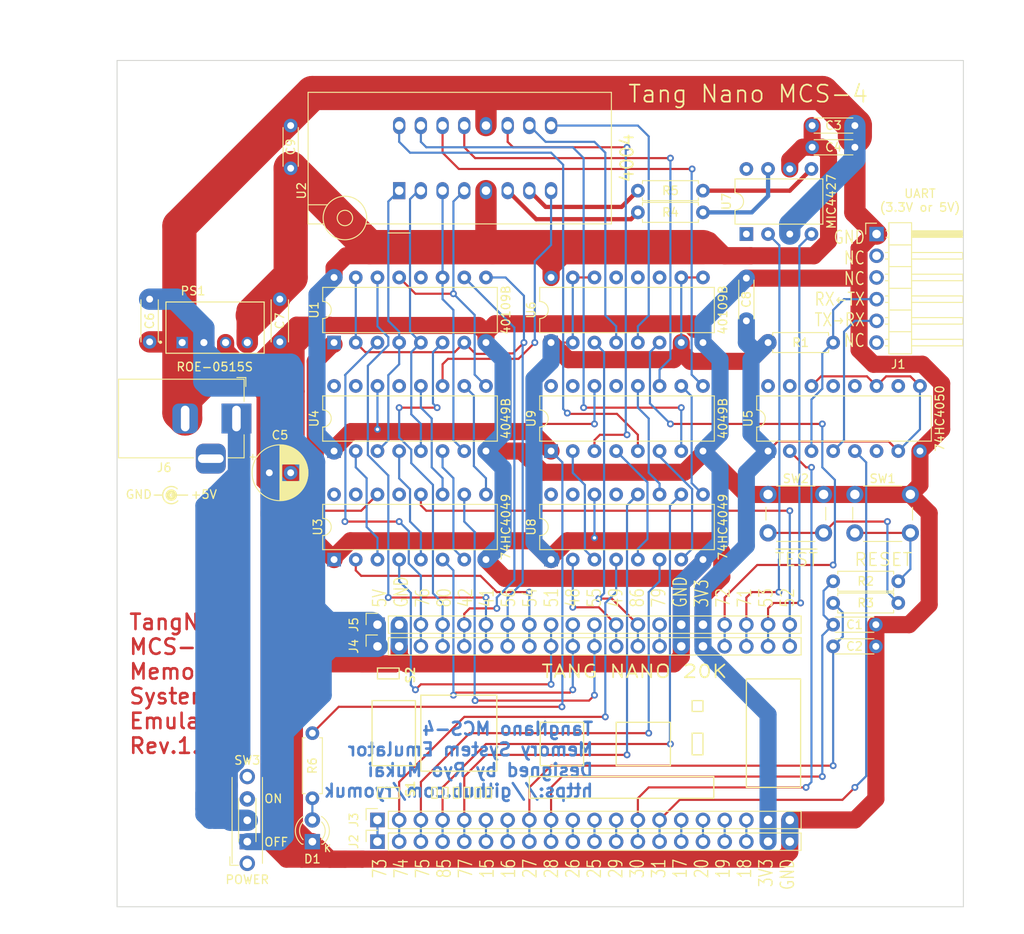
<source format=kicad_pcb>
(kicad_pcb (version 20221018) (generator pcbnew)
  (layers (0 "F.Cu" signal) (31 "B.Cu" signal) (34 "B.Paste" user) (35 "F.Paste" user) (36 "B.SilkS" user "B.Silkscreen") (37 "F.SilkS" user "F.Silkscreen") (38 "B.Mask" user) (39 "F.Mask" user) (44 "Edge.Cuts" user))
  (net 0 "")
  (net 1 "+15V")
  (net 2 "GND")
  (net 3 "+5V")
  (net 4 "+3.3V")
  (net 5 "Net-(D1-A)")
  (net 6 "PORT0")
  (net 7 "RESET_SW_n")
  (net 8 "PORT1")
  (net 9 "TESTn_SW_n")
  (net 10 "PORT2")
  (net 11 "Net-(J2-Pin_10)")
  (net 12 "PORT3")
  (net 13 "X_2812DIN")
  (net 14 "PORT4")
  (net 15 "Net-(SW3-B)")
  (net 16 "PORT5")
  (net 20 "RX_3V5V")
  (net 21 "TX_3V5V")
  (net 23 "DEBUG_TRG")
  (net 24 "RX")
  (net 25 "TX")
  (net 26 "Net-(J2-Pin_11)")
  (net 27 "Net-(J2-Pin_12)")
  (net 28 "DOUT0_n")
  (net 29 "DOUT1_n")
  (net 30 "DOUT2_n")
  (net 31 "DOUT3_n")
  (net 32 "DOE")
  (net 33 "DIN0_n")
  (net 34 "DIN1_n")
  (net 35 "DIN2_n")
  (net 36 "DIN3_n")
  (net 37 "CMROM_n")
  (net 38 "CMRAM0_n")
  (net 39 "CMRAM1_n")
  (net 40 "CMRAM2_n")
  (net 41 "CMRAM3_n")
  (net 42 "CLK1")
  (net 43 "CLK2")
  (net 44 "SYNC_n")
  (net 45 "TEST_n")
  (net 46 "RESET_n")
  (net 48 "Net-(U7-OUTA)")
  (net 49 "CLK1_15V")
  (net 50 "Net-(U7-OUTB)")
  (net 51 "CLK2_15V")
  (net 52 "Net-(U1-OUTA)")
  (net 53 "Net-(U1-OUTB)")
  (net 54 "Net-(U1-OUTC)")
  (net 56 "Net-(U1-OUTD)")
  (net 57 "Net-(U2-SYNC)")
  (net 58 "Net-(U2-RESET)")
  (net 59 "Net-(U2-TEST)")
  (net 60 "Net-(U2-CMROM)")
  (net 61 "Net-(U2-CMRAM3)")
  (net 62 "Net-(U2-CMRAM2)")
  (net 63 "Net-(U2-CMRAM1)")
  (net 64 "Net-(U2-CMRAM0)")
  (net 65 "Net-(U3-I1)")
  (net 66 "Net-(U3-I2)")
  (net 67 "Net-(U3-I3)")
  (net 68 "Net-(U3-I4)")
  (net 69 "Net-(U3-I5)")
  (net 87 "Net-(U8-I1)")
  (net 88 "Net-(U8-I2)")
  (net 89 "Net-(U8-I3)")
  (net 90 "Net-(U8-I4)")
  (net 91 "Net-(U8-I5)")
  (net 98 "Net-(R2-Pad1)")
  (net 99 "Net-(R3-Pad2)")
  (footprint "000_MyFootprint:SW_PUSH_6mm_H4.3mm" (layer "F.Cu") (at 92.86 55.3 180)
    (fp_text reference "SW1")
    (fp_text value "RESET")
  )
  (footprint "000_MyFootprint:DIP-16_W7.62mm" (layer "F.Cu") (at 50.8 58.42 90)
    (fp_text reference "U8")
    (fp_text value "74HC4049")
  )
  (footprint "000_MyFootprint:PinHeader_1x06_P2.54mm_Horizontal" (layer "F.Cu") (at 88.9 20.32)
    (fp_text reference "J1")
    (fp_text value "UART")
  )
  (footprint "000_MyFootprint:PinSocket_1x20_P2.54mm_Vertical" (layer "F.Cu") (at 30.48 88.9 90)
    (fp_text reference "J3")
    (fp_text value "TangNano20K")
  )
  (footprint "000_MyFootprint:SW_SPDT_Toggle_with_mount" (layer "F.Cu") (at 15.24 93.98 90)
    (fp_text reference "SW3")
    (fp_text value "POWER")
  )
  (footprint "000_MyFootprint:DIP-16_W7.62mm" (layer "F.Cu") (at 25.4 45.72 90)
    (fp_text reference "U4")
    (fp_text value "4049B")
  )
  (footprint "000_MyFootprint:R_Axial_DIN0207_L6.3mm_D2.5mm_P7.62mm_Horizontal" (layer "F.Cu") (at 68.58 17.78 180)
    (fp_text reference "R4")
    (fp_text value "100")
  )
  (footprint "000_MyFootprint:C_Disc_D4.3mm_W1.9mm_P5.00mm" (layer "F.Cu") (at 83.82 66.04)
    (fp_text reference "C1")
    (fp_text value "0.1uF")
  )
  (footprint "000_MyFootprint:C_Disc_D4.7mm_W2.5mm_P5.00mm" (layer "F.Cu") (at 3.81 27.94 -90)
    (fp_text reference "C6")
    (fp_text value "4.7uF")
  )
  (footprint "000_MyFootprint:DIP-16_W7.62mm" (layer "F.Cu") (at 25.4 58.42 90)
    (fp_text reference "U3")
    (fp_text value "74HC4049")
  )
  (footprint "000_MyFootprint:CP_Radial_D6.3mm_P2.50mm" (layer "F.Cu") (at 17.82 48.26)
    (fp_text reference "C5")
    (fp_text value "47uF")
  )
  (footprint "000_MyFootprint:C_Disc_D4.3mm_W1.9mm_P5.00mm" (layer "F.Cu") (at 81.36 10.16)
    (fp_text reference "C4")
    (fp_text value "0.1uF")
  )
  (footprint "000_MyFootprint:R_Axial_DIN0207_L6.3mm_D2.5mm_P7.62mm_Horizontal" (layer "F.Cu") (at 83.82 63.5)
    (fp_text reference "R3")
    (fp_text value "330")
  )
  (footprint "000_MyFootprint:DIP-8_W7.62mm" (layer "F.Cu") (at 73.66 20.32 90)
    (fp_text reference "U7")
    (fp_text value "MIC4427")
  )
  (footprint "000_MyFootprint:DIP_Socket-16_W4.3_W5.08_W7.62_W10.16_W10.9_3M_216-3340-00-0602J" (layer "F.Cu") (at 33.02 15.24 90)
    (fp_text reference "U2")
    (fp_text value "4004")
  )
  (footprint "000_MyFootprint:BarrelJack_Horizontal" (layer "F.Cu") (at 13.97 41.91)
    (fp_text reference "J6")
    (fp_text value "Barrel_Jack_Switch")
  )
  (footprint "000_MyFootprint:R_Axial_DIN0207_L6.3mm_D2.5mm_P7.62mm_Horizontal" (layer "F.Cu") (at 68.58 15.24 180)
    (fp_text reference "R5")
    (fp_text value "100")
  )
  (footprint "000_MyFootprint:MountingHole_3mm" (layer "F.Cu") (at 5.08 5.08)
    (fp_text reference "REF**")
    (fp_text value "MountingHole_3mm")
  )
  (footprint "000_MyFootprint:DIP-16_W7.62mm" (layer "F.Cu") (at 50.8 45.72 90)
    (fp_text reference "U9")
    (fp_text value "4049B")
  )
  (footprint "000_MyFootprint:LED_D3.0mm" (layer "F.Cu") (at 22.86 91.44 90)
    (fp_text reference "D1")
    (fp_text value "LED")
  )
  (footprint "000_MyFootprint:PinSocket_1x20_P2.54mm_Vertical" (layer "F.Cu") (at 30.48 66.04 90)
    (fp_text reference "J5")
    (fp_text value "TEST")
  )
  (footprint "000_MyFootprint:C_Disc_D4.3mm_W1.9mm_P5.00mm" (layer "F.Cu") (at 81.36 7.62)
    (fp_text reference "C3")
    (fp_text value "1uF")
  )
  (footprint "000_MyFootprint:DIP-16_W7.62mm" (layer "F.Cu") (at 25.4 33.02 90)
    (fp_text reference "U1")
    (fp_text value "40109B")
  )
  (footprint "000_MyFootprint:C_Disc_D4.7mm_W2.5mm_P5.00mm" (layer "F.Cu") (at 19.05 27.94 -90)
    (fp_text reference "C7")
    (fp_text value "1uF")
  )
  (footprint "000_MyFootprint:C_Disc_D4.3mm_W1.9mm_P5.00mm" (layer "F.Cu") (at 83.82 68.58)
    (fp_text reference "C2")
    (fp_text value "0.1uF")
  )
  (footprint "000_MyFootprint:R_Axial_DIN0207_L6.3mm_D2.5mm_P7.62mm_Horizontal" (layer "F.Cu") (at 22.86 78.74 -90)
    (fp_text reference "R6")
    (fp_text value "100k")
  )
  (footprint "000_MyFootprint:PinSocket_1x20_P2.54mm_Vertical" (layer "F.Cu") (at 30.48 68.58 90)
    (fp_text reference "J4")
    (fp_text value "TangNano20K")
  )
  (footprint "000_MyFootprint:R_Axial_DIN0207_L6.3mm_D2.5mm_P7.62mm_Horizontal" (layer "F.Cu") (at 91.44 60.96 180)
    (fp_text reference "R2")
    (fp_text value "330")
  )
  (footprint "000_MyFootprint:MountingHole_3mm" (layer "F.Cu") (at 5.08 93.98)
    (fp_text reference "REF**")
    (fp_text value "MountingHole_3mm")
  )
  (footprint "000_MyFootprint:C_Disc_D4.3mm_W1.9mm_P5.00mm" (layer "F.Cu") (at 20.32 12.62 90)
    (fp_text reference "C9")
    (fp_text value "0.1uF")
  )
  (footprint "000_MyFootprint:PinSocket_1x20_P2.54mm_Vertical" (layer "F.Cu") (at 30.48 91.44 90)
    (fp_text reference "J2")
    (fp_text value "TEST")
  )
  (footprint "000_MyFootprint:C_Disc_D4.3mm_W1.9mm_P5.00mm" (layer "F.Cu") (at 73.66 30.48 90)
    (fp_text reference "C8")
    (fp_text value "0.1uF")
  )
  (footprint "000_MyFootprint:DIP-16_W7.62mm" (layer "F.Cu") (at 50.8 33.02 90)
    (fp_text reference "U6")
    (fp_text value "40109B")
  )
  (footprint "000_MyFootprint:SW_PUSH_6mm_H4.3mm" (layer "F.Cu") (at 82.7 55.3 180)
    (fp_text reference "SW2")
    (fp_text value "~{TEST}")
  )
  (footprint "000_MyFootprint:DIP-16_W7.62mm" (layer "F.Cu") (at 76.2 45.72 90)
    (fp_text reference "U5")
    (fp_text value "74HC4050")
  )
  (footprint "000_MyFootprint:Symbol_Barrel_Polarity_5V" (layer "F.Cu") (at 6.35 50.8)
    (fp_text reference "REF**" hide)
    (fp_text value locked "Symbol_Barrel_Polarity_5V")
  )
  (footprint "000_MyFootprint:CONV_ROE-0515S" (layer "F.Cu") (at 11.47 31.27)
    (fp_text reference "PS1")
    (fp_text value "ROE-0515S")
  )
  (footprint "000_MyFootprint:R_Axial_DIN0207_L6.3mm_D2.5mm_P7.62mm_Horizontal" (layer "F.Cu") (at 83.82 33.02 180)
    (fp_text reference "R1")
    (fp_text value "100k")
  )
  (footprint "000_MyFootprint:MountingHole_3mm" (layer "F.Cu") (at 93.98 93.98)
    (fp_text reference "REF**")
    (fp_text value "MountingHole_3mm")
  )
  (footprint "000_MyFootprint:MountingHole_3mm" (layer "F.Cu") (at 93.98 5.08)
    (fp_text reference "REF**")
    (fp_text value "MountingHole_3mm")
  )
  (gr_rect (start 29.845 74.93) (end 34.925 82.55) (stroke (width 0.15)) (fill none) (layer "F.SilkS"))
  (gr_rect (start 58.42 77.47) (end 64.77 82.55) (stroke (width 0.15)) (fill none) (layer "F.SilkS"))
  (gr_rect (start 35.56 74.295) (end 44.45 83.185) (stroke (width 0.15)) (fill none) (layer "F.SilkS"))
  (gr_rect (start 38.1 85.09) (end 38.735 86.36) (stroke (width 0.15)) (fill none) (layer "F.SilkS"))
  (gr_rect (start 30.48 71.12) (end 33.02 72.39) (stroke (width 0.15)) (fill none) (layer "F.SilkS"))
  (gr_rect (start 67.31 74.93) (end 68.58 76.2) (stroke (width 0.15)) (fill none) (layer "F.SilkS"))
  (gr_rect (start 39.37 85.09) (end 40.005 86.36) (stroke (width 0.15)) (fill none) (layer "F.SilkS"))
  (gr_rect (start 30.48 85.09) (end 33.02 86.36) (stroke (width 0.15)) (fill none) (layer "F.SilkS"))
  (gr_rect (start 36.83 85.09) (end 37.465 86.36) (stroke (width 0.15)) (fill none) (layer "F.SilkS"))
  (gr_rect (start 43.18 85.09) (end 43.815 86.36) (stroke (width 0.15)) (fill none) (layer "F.SilkS"))
  (gr_rect (start 67.31 78.74) (end 68.58 81.28) (stroke (width 0.15)) (fill none) (layer "F.SilkS"))
  (gr_rect (start 41.91 85.09) (end 42.545 86.36) (stroke (width 0.15)) (fill none) (layer "F.SilkS"))
  (gr_rect (start 40.64 85.09) (end 41.275 86.36) (stroke (width 0.15)) (fill none) (layer "F.SilkS"))
  (gr_rect (start 48.26 83.82) (end 69.85 86.36) (stroke (width 0.15)) (fill none) (layer "F.SilkS"))
  (gr_rect (start 49.53 77.47) (end 54.61 82.55) (stroke (width 0.15)) (fill none) (layer "F.SilkS"))
  (gr_rect (start 73.66 72.39) (end 80.01 85.09) (stroke (width 0.15)) (fill none) (layer "F.SilkS"))
  (gr_line locked (start 99.06 0) (end 99.06 99.06) (stroke (width 0.1)) (layer "Edge.Cuts"))
  (gr_line locked (start 0 0) (end 99.06 0) (stroke (width 0.1)) (layer "Edge.Cuts"))
  (gr_line locked (start 99.06 99.06) (end 0 99.06) (stroke (width 0.1)) (layer "Edge.Cuts"))
  (gr_line locked (start 0 99.06) (end 0 0) (stroke (width 0.1)) (layer "Edge.Cuts"))
  (gr_text "TangNano\nMCS-4\nMemory\nSystem\nEmulator\nRev.1.1" (at 1.27 81.28) (layer "F.Cu") (effects (font (size 1.8 1.8) (thickness 0.3) bold) (justify left bottom)))
  (gr_text "TangNano MCS-4\nMemory System Emulator\nDesigned by Ryo Mukai\nhttps://github.com/ryomuk" (at 55.88 86.36) (layer "B.Cu") (effects (font (size 1.5 1.5) (thickness 0.3) bold) (justify left bottom mirror)))
  (gr_text "OFF" (at 17.145 92.075) (layer "F.SilkS") (effects (font (size 1 1)) (justify left bottom)))
  (gr_text "ON" (at 17.145 86.995) (layer "F.SilkS") (effects (font (size 1 1)) (justify left bottom)))
  (gr_text "GND\nNC\nNC\nRX←TX\nTX→RX\nNC" (at 87.63 33.655) (layer "F.SilkS") (effects (font (size 1.5 1.2)) (justify right bottom)))
  (gr_text "73\n74\n75\n85\n77\n15\n16\n27\n28\n26\n25\n29\n30\n31\n17\n20\n19\n18\n3V3\nGND" (at 79.375 93.345 90) (layer "F.SilkS") (effects (font (size 1.56 1.2)) (justify right bottom)))
  (gr_text "Tang Nano MCS-4" (at 59.69 5.08) (layer "F.SilkS") (effects (font (size 2 2) (thickness 0.2)) (justify left bottom)))
  (gr_text "S1" (at 34.925 86.36 90) (layer "F.SilkS") (effects (font (size 1 1) (thickness 0.2)) (justify left bottom)))
  (gr_text "S2" (at 34.925 73.025 90) (layer "F.SilkS") (effects (font (size 1 1) (thickness 0.2)) (justify left bottom)))
  (gr_text "K" (at 24.13 92.71) (layer "F.SilkS") (effects (font (size 0.8 0.8)) (justify left bottom)))
  (gr_text "5V\nGND\n76\n80\n42\n41\n56\n54\n51\n48\n55\n49\n86\n79\nGND\n3V3\n72\n71\n53\n52" (at 79.375 64.135 90) (layer "F.SilkS") (effects (font (size 1.56 1.2)) (justify left bottom)))
  (gr_text "TANG NANO 20K" (at 49.53 72.39) (layer "F.SilkS") (effects (font (size 1.5 1.8) (thickness 0.2)) (justify left bottom)))
  (gr_text "UART\n(3.3V or 5V)" (at 93.98 17.78) (layer "F.SilkS") (effects (font (size 1 1)) (justify bottom)))
  (segment (start 52.20863 22.86) (end 74.168 22.86) (width 2) (layer "F.Cu") (net 1))
  (segment (start 78.74 11.64863) (end 78.74 12.7) (width 2) (layer "F.Cu") (net 1))
  (segment (start 26.80863 22.86) (end 49.53 22.86) (width 2) (layer "F.Cu") (net 1))
  (segment (start 15.24 31.75) (end 19.05 27.94) (width 2.5) (layer "F.Cu") (net 1))
  (segment (start 69.342 21.082) (end 67.818 21.082) (width 2) (layer "F.Cu") (net 1))
  (segment (start 15.24 33.02) (end 15.24 31.75) (width 2.5) (layer "F.Cu") (net 1))
  (segment (start 81.36 10.16) (end 80.22863 10.16) (width 2) (layer "F.Cu") (net 1))
  (segment (start 80.22863 10.16) (end 78.74 11.64863) (width 2) (layer "F.Cu") (net 1))
  (segment (start 22.86 78.74) (end 25.945 75.655) (width 0.25) (layer "F.Cu") (net 1))
  (segment (start 74.168 22.86) (end 71.12 22.86) (width 2) (layer "F.Cu") (net 1))
  (segment (start 20.32 12.62) (end 29.544 21.844) (width 4) (layer "F.Cu") (net 1))
  (segment (start 48.52 43.44) (end 50.8 45.72) (width 2) (layer "F.Cu") (net 1))
  (segment (start 52.0695 75.655) (end 52.07 75.6545) (width 0.25) (layer "F.Cu") (net 1))
  (segment (start 82.55 10.16) (end 81.36 10.16) (width 2) (layer "F.Cu") (net 1))
  (segment (start 50.8 24.13) (end 50.8 25.4) (width 2) (layer "F.Cu") (net 1))
  (segment (start 50.8 24.26863) (end 52.20863 22.86) (width 2) (layer "F.Cu") (net 1))
  (segment (start 20.32 12.62) (end 20.32 25.4) (width 4) (layer "F.Cu") (net 1))
  (segment (start 29.544 21.844) (end 43.942 21.844) (width 4) (layer "F.Cu") (net 1))
  (segment (start 74.168 22.86) (end 81.568428 22.86) (width 2) (layer "F.Cu") (net 1))
  (segment (start 15.24 29.21) (end 19.05 25.4) (width 2.5) (layer "F.Cu") (net 1))
  (segment (start 43.942 21.844) (end 43.18 21.082) (width 2.5) (layer "F.Cu") (net 1))
  (segment (start 15.24 33.02) (end 15.24 29.21) (width 2.5) (layer "F.Cu") (net 1))
  (segment (start 27.391572 43.44) (end 48.52 43.44) (width 2) (layer "F.Cu") (net 1))
  (segment (start 48.895 42.545) (end 48.26 43.18) (width 0.25) (layer "F.Cu") (net 1))
  (segment (start 49.53 22.86) (end 50.8 24.13) (width 2) (layer "F.Cu") (net 1))
  (segment (start 50.8 25.4) (end 50.8 24.26863) (width 2) (layer "F.Cu") (net 1))
  (segment (start 25.4 24.26863) (end 26.80863 22.86) (width 2) (layer "F.Cu") (net 1))
  (segment (start 20.32 25.4) (end 15.875 29.845) (width 4) (layer "F.Cu") (net 1))
  (segment (start 25.4 25.4) (end 25.4 24.26863) (width 2) (layer "F.Cu") (net 1))
  (segment (start 71.12 22.86) (end 69.342 21.082) (width 2) (layer "F.Cu") (net 1))
  (segment (start 83.28 10.89) (end 82.55 10.16) (width 2) (layer "F.Cu") (net 1))
  (segment (start 25.945 75.655) (end 52.0695 75.655) (width 0.25) (layer "F.Cu") (net 1))
  (segment (start 43.942 21.844) (end 68.58 21.844) (width 4) (layer "F.Cu") (net 1))
  (segment (start 43.18 15.24) (end 43.18 21.59) (width 2.5) (layer "F.Cu") (net 1))
  (segment (start 55.88 42.545) (end 48.895 42.545) (width 0.25) (layer "F.Cu") (net 1))
  (segment (start 81.568428 22.86) (end 83.28 21.148428) (width 2) (layer "F.Cu") (net 1))
  (segment (start 25.4 45.431572) (end 27.391572 43.44) (width 2) (layer "F.Cu") (net 1))
  (segment (start 25.4 45.72) (end 25.4 45.431572) (width 2) (layer "F.Cu") (net 1))
  (segment (start 81.36 10.16) (end 81.36 7.62) (width 2) (layer "F.Cu") (net 1))
  (segment (start 83.28 21.148428) (end 83.28 10.89) (width 2) (layer "F.Cu") (net 1))
  (via (at 30.48 43.18) (size 0.8) (drill 0.4) (layers "F.Cu" "B.Cu") (net 1))
  (via (at 55.88 42.545) (size 0.8) (drill 0.4) (layers "F.Cu" "B.Cu") (net 1))
  (via (at 52.07 75.6545) (size 0.8) (drill 0.4) (layers "F.Cu" "B.Cu") (net 1))
  (segment (start 23.4 27.4) (end 25.4 25.4) (width 2) (layer "B.Cu") (net 1))
  (segment (start 30.48 38.1) (end 30.48 43.18) (width 0.25) (layer "B.Cu") (net 1))
  (segment (start 25.4 45.72) (end 23.4 43.72) (width 2) (layer "B.Cu") (net 1))
  (segment (start 52.07 75.6545) (end 52.125 75.5995) (width 0.25) (layer "B.Cu") (net 1))
  (segment (start 52.125 47.045) (end 50.8 45.72) (width 0.25) (layer "B.Cu") (net 1))
  (segment (start 55.88 38.1) (end 55.88 42.545) (width 0.25) (layer "B.Cu") (net 1))
  (segment (start 23.4 43.72) (end 23.4 27.4) (width 2) (layer "B.Cu") (net 1))
  (segment (start 52.125 75.5995) (end 52.125 47.045) (width 0.25) (layer "B.Cu") (net 1))
  (segment (start 88.540862 20.32) (end 86.85 22.010862) (width 2) (layer "F.Cu") (net 2))
  (segment (start 10.795 37.465) (end 7.62 40.64) (width 2) (layer "F.Cu") (net 2))
  (segment (start 16.57 38.675) (end 17.145 38.1) (width 0.5) (layer "F.Cu") (net 2))
  (segment (start 18.542 45.26) (end 19.05 45.26) (width 4) (layer "F.Cu") (net 2))
  (segment (start 7.97 40.925) (end 10.795 38.1) (width 2) (layer "F.Cu") (net 2))
  (segment (start 88.82 86.44) (end 86.36 88.9) (width 2) (layer "F.Cu") (net 2))
  (segment (start 68.58 31.88863) (end 68.58 33.02) (width 2) (layer "F.Cu") (net 2))
  (segment (start 16.57 48.768) (end 16.57 49.022) (width 0.5) (layer "F.Cu") (net 2))
  (segment (start 28.702 93.49) (end 19.83 93.49) (width 2) (layer "F.Cu") (net 2))
  (segment (start 49.832742 48.205) (end 66.383428 48.205) (width 2) (layer "F.Cu") (net 2))
  (segment (start 18.415 38.1) (end 18.415 45.133) (width 4) (layer "F.Cu") (net 2))
  (segment (start 19.05 32.94) (end 20.32 34.21) (width 2) (layer "F.Cu") (net 2))
  (segment (start 66.04 61.248428) (end 68.58 58.708428) (width 2) (layer "F.Cu") (net 2))
  (segment (start 19.578 49.51) (end 19.812 49.276) (width 0.5) (layer "F.Cu") (net 2))
  (segment (start 16.52 35.47) (end 19.05 32.94) (width 2) (layer "F.Cu") (net 2))
  (segment (start 16.43 36.83) (end 7.62 36.83) (width 3) (layer "F.Cu") (net 2))
  (segment (start 20.32 46.76) (end 20.32 47.625) (width 2) (layer "F.Cu") (net 2))
  (segment (start 19.76 80.01) (end 19.76 90.184063) (width 4) (layer "F.Cu") (net 2))
  (segment (start 28.702 93.49) (end 77.892081 93.49) (width 2) (layer "F.Cu") (net 2))
  (segment (start 93.98 49.68) (end 93.98 45.72) (width 2) (layer "F.Cu") (net 2))
  (segment (start 19.685 68.58) (end 19.685 76.2) (width 4) (layer "F.Cu") (net 2))
  (segment (start 44.24863 30.82) (end 66.95127 30.82) (width 2) (layer "F.Cu") (net 2))
  (segment (start 3.81 32.94) (end 7.54 32.94) (width 2.5) (layer "F.Cu") (net 2))
  (segment (start 26.67 93.49) (end 28.702 93.49) (width 2) (layer "F.Cu") (net 2))
  (segment (start 92.71 66.04) (end 88.82 66.04) (width 2) (layer "F.Cu") (net 2))
  (segment (start 66.383428 48.205) (end 68.58 46.008428) (width 2) (layer "F.Cu") (net 2))
  (segment (start 18.415 45.133) (end 18.542 45.26) (width 4) (layer "F.Cu") (net 2))
  (segment (start 16.57 49.022) (end 16.57 49.51) (width 0.5) (layer "F.Cu") (net 2))
  (segment (start 19.685 68.58) (end 24.765 68.58) (width 4) (layer "F.Cu") (net 2))
  (segment (start 20.32 47.12863) (end 19.92737 46.736) (width 1) (layer "F.Cu") (net 2))
  (segment (start 19.32 49.768) (end 18.796 50.292) (width 1) (layer "F.Cu") (net 2))
  (segment (start 7.54 32.94) (end 7.62 33.02) (width 2.5) (layer "F.Cu") (net 2))
  (segment (start 17.78 91.44) (end 17.78 51.054) (width 2) (layer "F.Cu") (net 2))
  (segment (start 16.57 49.59) (end 16.57 48.768) (width 0.5) (layer "F.Cu") (net 2))
  (segment (start 7.62 33.02) (end 7.62 33.476719) (width 2.5) (layer "F.Cu") (net 2))
  (segment (start 17.78 37.96) (end 17.78 38.1) (width 4) (layer "F.Cu") (net 2))
  (segment (start 23.4 31.02) (end 20.955 33.465) (width 2) (layer "F.Cu") (net 2))
  (segment (start 17.78 50.26) (end 17.78 90.805) (width 2) (layer "F.Cu") (net 2))
  (segment (start 88.82 66.04) (end 88.82 86.44) (width 2) (layer "F.Cu") (net 2))
  (segment (start 88.9 20.32) (end 88.540862 20.32) (width 2) (layer "F.Cu") (net 2))
  (segment (start 9.863281 35.72) (end 16.985 35.72) (width 2.5) (layer "F.Cu") (net 2))
  (segment (start 86.36 17.78) (end 86.36 7.62) (width 2.5) (layer "F.Cu") (net 2))
  (segment (start 28.72 70.63) (end 25.4 67.31) (width 2) (layer "F.Cu") (net 2))
  (segment (start 21.608 93.49) (end 20.32 92.202) (width 2) (layer "F.Cu") (net 2))
  (segment (start 20.32 48.26) (end 18.415 50.165) (width 0.5) (layer "F.Cu") (net 2))
  (segment (start 95.06 53) (end 95.06 63.69) (width 2) (layer "F.Cu") (net 2))
  (segment (start 95.06 63.69) (end 92.71 66.04) (width 2) (layer "F.Cu") (net 2))
  (segment (start 23.114 93.472) (end 23.368 93.218) (width 2) (layer "F.Cu") (net 2))
  (segment (start 88.9 20.32) (end 86.36 17.78) (width 2.5) (layer "F.Cu") (net 2))
  (segment (start 20.32 48.26) (end 20.32 49.39137) (width 1) (layer "F.Cu") (net 2))
  (segment (start 20.32 48.26) (end 20.32 49.76) (width 2) (layer "F.Cu") (net 2))
  (segment (start 24.91 93.49) (end 26.67 93.49) (width 2) (layer "F.Cu") (net 2))
  (segment (start 7.62 41.56) (end 7.97 41.91) (width 2) (layer "F.Cu") (net 2))
  (segment (start 66.95127 30.82) (end 67.595635 31.464365) (width 2) (layer "F.Cu") (net 2))
  (segment (start 7.291 19.379) (end 22.86 3.81) (width 4) (layer "F.Cu") (net 2))
  (segment (start 22.225 91.44) (end 22.86 91.44) (width 2) (layer "F.Cu") (net 2))
  (segment (start 20.32 34.21) (end 20.32 34.544) (width 2) (layer "F.Cu") (net 2))
  (segment (start 86.85 22.010862) (end 86.85 33.869138) (width 2) (layer "F.Cu") (net 2))
  (segment (start 68.58 58.708428) (end 68.58 58.42) (width 2) (layer "F.Cu") (net 2))
  (segment (start 19.82 50.26) (end 17.78 50.26) (width 2) (layer "F.Cu") (net 2))
  (segment (start 16.57 49.51) (end 19.578 49.51) (width 0.5) (layer "F.Cu") (net 2))
  (segment (start 18.415 44.45) (end 19.32 45.355) (width 1) (layer "F.Cu") (net 2))
  (segment (start 47.347742 45.72) (end 49.832742 48.205) (width 2) (layer "F.Cu") (net 2))
  (segment (start 20.955 33.465) (end 20.955 38.735) (width 2) (layer "F.Cu") (net 2))
  (segment (start 96.52 43.18) (end 93.98 45.72) (width 2) (layer "F.Cu") (net 2))
  (segment (start 12.7 33.02) (end 12.7 36.83) (width 2) (layer "F.Cu") (net 2))
  (segment (start 92.86 50.8) (end 93.98 49.68) (width 2) (layer "F.Cu") (net 2))
  (segment (start 65.192081 70.63) (end 33.867919 70.63) (width 2) (layer "F.Cu") (net 2))
  (segment (start 82.55 3.81) (end 86.36 7.62) (width 4) (layer "F.Cu") (net 2))
  (segment (start 22.86 3.81) (end 82.55 3.81) (width 4) (layer "F.Cu") (net 2))
  (segment (start 19.76 77.014) (end 19.76 80.01) (width 4) (layer "F.Cu") (net 2))
  (segment (start 12.7 33.02) (end 12.7 33.966108) (width 2) (layer "F.Cu") (net 2))
  (segment (start 18.034 50.8) (end 19.558 50.8) (width 2) (layer "F.Cu") (net 2))
  (segment (start 43.18 45.72) (end 47.347742 45.72) (width 2) (layer "F.Cu") (net 2))
  (segment (start 33.02 69.782081) (end 33.02 68.58) (width 2) (layer "F.Cu") (net 2))
  (segment (start 43.18 31.88863) (end 42.31137 31.02) (width 2) (layer "F.Cu") (net 2))
  (segment (start 92.86 50.8) (end 76.2 50.8) (width 2) (layer "F.Cu") (net 2))
  (segment (start 16.51 38.1) (end 17.145 38.735) (width 2) (layer "F.Cu") (net 2))
  (segment (start 19.558 50.8) (end 19.558 69.342) (width 2) (layer "F.Cu") (net 2))
  (segment (start 73.66 25.48) (end 86.77 25.48) (width 2) (layer "F.Cu") (net 2))
  (segment (start 45.38 60.62) (end 66.668428 60.62) (width 2) (layer "F.Cu") (net 2))
  (segment (start 16.345 37.465) (end 10.795 37.465) (width 2) (layer "F.Cu") (net 2))
  (segment (start 7.97 41.91) (end 7.291 41.231) (width 4) (layer "F.Cu") (net 2))
  (segment (start 7.97 41.91) (end 7.97 40.925) (width 2) (layer "F.Cu") (net 2))
  (segment (start 17.145 38.265) (end 16.345 37.465) (width 2) (layer "F.Cu") (net 2))
  (segment (start 20.32 48.26) (end 20.32 47.12863) (width 1) (layer "F.Cu") (net 2))
  (segment (start 26.67 93.49) (end 21.608 93.49) (width 2) (layer "F.Cu") (net 2))
  (segment (start 20.955 38.735) (end 19.685 37.465) (width 2) (layer "F.Cu") (net 2))
  (segment (start 7.62 33.476719) (end 9.863281 35.72) (width 2.5) (layer "F.Cu") (net 2))
  (segment (start 20.32 49.39137) (end 19.95137 49.76) (width 1) (layer "F.Cu") (net 2))
  (segment (start 76.2 50.8) (end 73.66 50.8) (width 2) (layer "F.Cu") (net 2))
  (segment (start 33.867919 70.63) (end 33.02 69.782081) (width 2) (layer "F.Cu") (net 2))
  (segment (start 43.18 58.42) (end 45.38 60.62) (width 2) (layer "F.Cu") (net 2))
  (segment (start 19.05 32.94) (end 21.002 30.988) (width 2) (layer "F.Cu") (net 2))
  (segment (start 92.86 50.8) (end 95.06 53) (width 2) (layer "F.Cu") (net 2))
  (segment (start 10.795 38.1) (end 16.51 38.1) (width 2) (layer "F.Cu") (net 2))
  (segment (start 22.86 91.44) (end 24.91 93.49) (width 2) (layer "F.Cu") (net 2))
  (segment (start 33.02 68.58) (end 33.02 70.14) (width 2) (layer "F.Cu") (net 2))
  (segment (start 32.53 70.63) (end 21.735 70.63) (width 2) (layer "F.Cu") (net 2))
  (segment (start 66.668428 60.62) (end 68.58 58.708428) (width 2) (layer "F.Cu") (net 2))
  (segment (start 67.51137 30.82) (end 68.58 31.88863) (width 2) (layer "F.Cu") (net 2))
  (segment (start 7.291 41.231) (end 7.291 19.379) (width 4) (layer "F.Cu") (net 2))
  (segment (start 43.18 33.02) (end 43.18 31.88863) (width 2) (layer "F.Cu") (net 2))
  (segment (start 16.57 48.768) (end 16.57 38.675) (width 0.5) (layer "F.Cu") (net 2))
  (segment (start 17.64 36.69) (end 17.78 36.83) (width 4) (layer "F.Cu") (net 2))
  (segment (start 17.78 51.054) (end 18.034 50.8) (width 2) (layer "F.Cu") (net 2))
  (segment (start 18.415 50.165) (end 17.145 50.165) (width 0.5) (layer "F.Cu") (net 2))
  (segment (start 25.4 67.31) (end 20.955 67.31) (width 2) (layer "F.Cu") (net 2))
  (segment (start 43.18 7.62) (end 43.18 5.08) (width 2.5) (layer "F.Cu") (net 2))
  (segment (start 20.955 38.735) (end 20.955 77.47) (width 2) (layer "F.Cu") (net 2))
  (segment (start 43.18 31.88863) (end 44.24863 30.82) (width 2) (layer "F.Cu") (net 2))
  (segment (start 66.04 68.58) (end 66.04 69.782081) (width 2) (layer "F.Cu") (net 2))
  (segment (start 73.66 50.8) (end 68.58 45.72) (width 2) (layer "F.Cu") (net 2))
  (segment (start 86.77 25.48) (end 86.85 25.4) (width 2) (layer "F.Cu") (net 2))
  (segment (start 68.58 46.008428) (end 68.58 45.72) (width 2) (layer "F.Cu") (net 2))
  (segment (start 19.92737 46.736) (end 17.018 46.736) (width 1) (layer "F.Cu") (net 2))
  (segment (start 66.04 69.782081) (end 65.192081 70.63) (width 2) (layer "F.Cu") (net 2))
  (segment (start 33.02 70.14) (end 32.53 70.63) (width 2) (layer "F.Cu") (net 2))
  (segment (start 18.415 38.1) (end 18.415 44.45) (width 4) (layer "F.Cu") (net 2))
  (segment (start 32.53 70.63) (end 28.72 70.63) (width 2) (layer "F.Cu") (net 2))
  (segment (start 19.074 49.76) (end 19.304 49.53) (width 1) (layer "F.Cu") (net 2))
  (segment (start 7.97 41.91) (end 7.97 37.115) (width 4) (layer "F.Cu") (net 2))
  (segment (start 19.76 80.01) (end 19.685 80.01) (width 4) (layer "F.Cu") (net 2))
  (segment (start 20.32 49.76) (end 19.82 50.26) (width 2) (layer "F.Cu") (net 2))
  (segment (start 86.36 7.62) (end 86.36 8.89) (width 4) (layer "F.Cu") (net 2))
  (segment (start 17.145 50.165) (end 16.57 49.59) (width 0.5) (layer "F.Cu") (net 2))
  (segment (start 19.83 93.49) (end 17.78 91.44) (width 2) (layer "F.Cu") (net 2))
  (segment (start 96.52 37.811572) (end 96.52 43.18) (width 2) (layer "F.Cu") (net 2))
  (segment (start 19.685 36.83) (end 19.05 36.195) (width 4) (layer "F.Cu") (net 2))
  (segment (start 77.892081 93.49) (end 78.74 92.642081) (width 2) (layer "F.Cu") (net 2))
  (segment (start 86.36 88.9) (end 78.74 88.9) (width 2) (layer "F.Cu") (net 2))
  (segment (start 19.76 90.184063) (end 21.575937 92) (width 4) (layer "F.Cu") (net 2))
  (segment (start 12.7 33.966108) (end 14.203892 35.47) (width 2) (layer "F.Cu") (net 2))
  (segment (start 94.268428 35.56) (end 96.52 37.811572) (width 2) (layer "F.Cu") (net 2))
  (segment (start 19.685 36.83) (end 18.415 38.1) (width 4) (layer "F.Cu") (net 2))
  (segment (start 19.32 45.355) (end 19.32 49.768) (width 1) (layer "F.Cu") (net 2))
  (segment (start 19.05 46.736) (end 19.812 47.498) (width 1) (layer "F.Cu") (net 2))
  (segment (start 19.82 46.26) (end 20.32 46.76) (width 2) (layer "F.Cu") (net 2))
  (segment (start 42.31137 31.02) (end 23.4 31.02) (width 2) (layer "F.Cu") (net 2))
  (segment (start 21.002 30.988) (end 24.892 30.988) (width 2) (layer "F.Cu") (net 2))
  (segment (start 88.540862 35.56) (end 94.268428 35.56) (width 2) (layer "F.Cu") (net 2))
  (segment (start 14.203892 35.47) (end 16.52 35.47) (width 2) (layer "F.Cu") (net 2))
  (segment (start 78.74 92.642081) (end 78.74 88.9) (width 2) (layer "F.Cu") (net 2))
  (segment (start 66.04 68.58) (end 66.04 61.248428) (width 2) (layer "F.Cu") (net 2))
  (segment (start 86.85 33.869138) (end 88.540862 35.56) (width 2) (layer "F.Cu") (net 2))
  (segment (start 70.58 35.02) (end 70.58 43.72) (width 2) (layer "B.Cu") (net 2))
  (segment (start 45.18 47.72) (end 45.18 56.42) (width 2) (layer "B.Cu") (net 2))
  (segment (start 43.18 33.02) (end 45.18 35.02) (width 2) (layer "B.Cu") (net 2))
  (segment (start 78.74 91.44) (end 78.74 88.9) (width 2) (layer "B.Cu") (net 2))
  (segment (start 68.58 58.42) (end 68.58 58.708428) (width 2) (layer "B.Cu") (net 2))
  (segment (start 70.58 56.42) (end 68.58 58.42) (width 2) (layer "B.Cu") (net 2))
  (segment (start 66.04 61.248428) (end 66.04 66.04) (width 2) (layer "B.Cu") (net 2))
  (segment (start 45.18 43.72) (end 43.18 45.72) (width 2) (layer "B.Cu") (net 2))
  (segment (start 68.58 30.56) (end 73.66 25.48) (width 2) (layer "B.Cu") (net 2))
  (segment (start 68.58 58.708428) (end 66.04 61.248428) (width 2) (layer "B.Cu") (net 2))
  (segment (start 45.18 56.42) (end 43.18 58.42) (width 2) (layer "B.Cu") (net 2))
  (segment (start 45.18 35.02) (end 45.18 43.72) (width 2) (layer "B.Cu") (net 2))
  (segment (start 70.58 43.72) (end 68.58 45.72) (width 2) (layer "B.Cu") (net 2))
  (segment (start 70.58 47.72) (end 70.58 56.42) (width 2) (layer "B.Cu") (net 2))
  (segment (start 78.74 20.32) (end 78.74 19.18863) (width 2.5) (layer "B.Cu") (net 2))
  (segment (start 68.58 33.02) (end 68.58 30.56) (width 2) (layer "B.Cu") (net 2))
  (segment (start 33.02 68.58) (end 33.02 66.04) (width 2) (layer "B.Cu") (net 2))
  (segment (start 68.58 45.72) (end 70.58 47.72) (width 2) (layer "B.Cu") (net 2))
  (segment (start 68.58 33.02) (end 70.58 35.02) (width 2) (layer "B.Cu") (net 2))
  (segment (start 43.18 45.72) (end 45.18 47.72) (width 2) (layer "B.Cu") (net 2))
  (segment (start 86.36 11.56863) (end 86.36 7.62) (width 2.5) (layer "B.Cu") (net 2))
  (segment (start 78.74 19.18863) (end 86.36 11.56863) (width 2.5) (layer "B.Cu") (net 2))
  (segment (start 66.04 68.58) (end 66.04 66.04) (width 2) (layer "B.Cu") (net 2))
  (segment (start 10.16 33.02) (end 10.16 33.966108) (width 2.5) (layer "B.Cu") (net 3))
  (segment (start 19.05 68.107359) (end 21.752359 65.405) (width 4) (layer "B.Cu") (net 3))
  (segment (start 22.86 66.04) (end 21.336 64.516) (width 3) (layer "B.Cu") (net 3))
  (segment (start 10.16 31.322) (end 6.778 27.94) (width 2.5) (layer "B.Cu") (net 3))
  (segment (start 26.035 67.945) (end 26.67 67.945) (width 2) (layer "B.Cu") (net 3))
  (segment (start 17.78 53.3) (end 17.78 38.1) (width 2) (layer "B.Cu") (net 3))
  (segment (start 19.05 78.105) (end 23.495 73.66) (width 2) (layer "B.Cu") (net 3))
  (segment (start 19.05 91.44) (end 19.685 90.805) (width 2) (layer "B.Cu") (net 3))
  (segment (start 19.685 78.74) (end 24.13 74.295) (width 2) (layer "B.Cu") (net 3))
  (segment (start 19.304 76.708) (end 20.701 75.311) (width 4) (layer "B.Cu") (net 3))
  (segment (start 24.13 74.295) (end 24.13 69.85) (width 2) (layer "B.Cu") (net 3))
  (segment (start 11.753892 35.56) (end 20.32 35.56) (width 2.5) (layer "B.Cu") (net 3))
  (segment (start 18.82 47.22) (end 18.82 49.3) (width 1) (layer "B.Cu") (net 3))
  (segment (start 21.82 47.22) (end 21.59 46.99) (width 1) (layer "B.Cu") (net 3))
  (segment (start 10.16 34.29) (end 13.97 38.1) (width 2) (layer "B.Cu") (net 3))
  (segment (start 22.86 66.04) (end 29.845 66.04) (width 3) (layer "B.Cu") (net 3))
  (segment (start 20.701 75.311) (end 20.701 53.721) (width 4) (layer "B.Cu") (net 3))
  (segment (start 17.78 52.792) (end 17.78 91.44) (width 2) (layer "B.Cu") (net 3))
  (segment (start 22.86 46.998376) (end 20.32 44.458376) (width 3) (layer "B.Cu") (net 3))
  (segment (start 24.13 69.85) (end 26.035 67.945) (width 2) (layer "B.Cu") (net 3))
  (segment (start 19.05 46.99) (end 18.82 47.22) (width 1) (layer "B.Cu") (net 3))
  (segment (start 20.311624 44.458376) (end 19.05 45.72) (width 2) (layer "B.Cu") (net 3))
  (segment (start 22.86 73.152) (end 22.86 66.04) (width 4) (layer "B.Cu") (net 3))
  (segment (start 30.48 68.58) (end 20.828 68.58) (width 2.5) (layer "B.Cu") (net 3))
  (segment (start 10.16 33.02) (end 10.16 37.592) (width 2.5) (layer "B.Cu") (net 3))
  (segment (start 19.05 76.708) (end 19.05 73.152) (width 4) (layer "B.Cu") (net 3))
  (segment (start 21.59 50.8) (end 22.32 50.07) (width 2) (layer "B.Cu") (net 3))
  (segment (start 22.32 47.431572) (end 21.148428 46.26) (width 2) (layer "B.Cu") (net 3))
  (segment (start 17.82 48.26) (end 19.32 49.76) (width 1) (layer "B.Cu") (net 3))
  (segment (start 22.86 66.04) (end 22.86 46.998376) (width 3) (layer "B.Cu") (net 3))
  (segment (start 15.24 91.44) (end 19.05 91.44) (width 2) (layer "B.Cu") (net 3))
  (segment (start 21.148428 46.26) (end 18.51 46.26) (width 2) (layer "B.Cu") (net 3))
  (segment (start 20.32 44.458376) (end 20.32 36.068) (width 3) (layer "B.Cu") (net 3))
  (segment (start 18.77 43.154) (end 19.558 43.942) (width 4) (layer "B.Cu") (net 3))
  (segment (start 21.82 49.3) (end 21.82 47.22) (width 1) (layer "B.Cu") (net 3))
  (segment (start 10.16 33.966108) (end 11.753892 35.56) (width 2.5) (layer "B.Cu") (net 3))
  (segment (start 13.97 38.1) (end 16.51 38.1) (width 2) (layer "B.Cu") (net 3))
  (segment (start 19.685 90.805) (end 19.685 78.74) (width 2) (layer "B.Cu") (net 3))
  (segment (start 14.422638 37.465) (end 19.05 37.465) (width 2) (layer "B.Cu") (net 3))
  (segment (start 17.82 48.26) (end 17.82 48.588428) (width 2) (layer "B.Cu") (net 3))
  (segment (start 20.32 35.56) (end 20.32 40.64) (width 2.5) (layer "B.Cu") (net 3))
  (segment (start 10.16 33.02) (end 10.16 31.322) (width 2.5) (layer "B.Cu") (net 3))
  (segment (start 30.48 68.58) (end 30.48 66.04) (width 2) (layer "B.Cu") (net 3))
  (segment (start 21.59 49.53) (end 21.82 49.3) (width 1) (layer "B.Cu") (net 3))
  (segment (start 30.48 66.04) (end 25.4 66.04) (width 2) (layer "B.Cu") (net 3))
  (segment (start 20.701 75.311) (end 22.86 73.152) (width 4) (layer "B.Cu") (net 3))
  (segment (start 21.59 46.99) (end 21.36 46.76) (width 1) (layer "B.Cu") (net 3))
  (segment (start 17.82 48.588428) (end 20.031572 50.8) (width 2) (layer "B.Cu") (net 3))
  (segment (start 18.51 46.26) (end 17.78 46.99) (width 2) (layer "B.Cu") (net 3))
  (segment (start 20.32 44.458376) (end 20.311624 44.458376) (width 2) (layer "B.Cu") (net 3))
  (segment (start 10.668 38.1) (end 17.78 38.1) (width 2.5) (layer "B.Cu") (net 3))
  (segment (start 22.86 66.04) (end 21.844 65.024) (width 4) (layer "B.Cu") (net 3))
  (segment (start 18.77 37.89) (end 18.77 43.154) (width 4) (layer "B.Cu") (net 3))
  (segment (start 19.32 49.76) (end 21.36 49.76) (width 1) (layer "B.Cu") (net 3))
  (segment (start 25.4 66.04) (end 22.225 62.865) (width 2) (layer "B.Cu") (net 3))
  (segment (start 10.16 37.592) (end 10.668 38.1) (width 2.5) (layer "B.Cu") (net 3))
  (segment (start 21.36 49.76) (end 21.59 49.53) (width 1) (layer "B.Cu") (net 3))
  (segment (start 19.05 91.44) (end 19.05 78.105) (width 2) (layer "B.Cu") (net 3))
  (segment (start 18.82 49.3) (end 19.05 49.53) (width 1) (layer "B.Cu") (net 3))
  (segment (start 22.32 50.07) (end 22.32 47.431572) (width 2) (layer "B.Cu") (net 3))
  (segment (start 22.28 54.128428) (end 22.28 52.471572) (width 2) (layer "B.Cu") (net 3))
  (segment (start 21.36 46.76) (end 19.28 46.76) (width 1) (layer "B.Cu") (net 3))
  (segment (start 30.48 66.04) (end 22.86 66.04) (width 2) (layer "B.Cu") (net 3))
  (segment (start 19.28 46.76) (end 19.05 46.99) (width 1) (layer "B.Cu") (net 3))
  (segment (start 3.81 27.94) (end 6.985 27.94) (width 2.5) (layer "B.Cu") (net 3))
  (segment (start 17.82 48.26) (end 17.82 48.22) (width 1) (layer "B.Cu") (net 3))
  (segment (start 19.05 76.708) (end 19.304 76.708) (width 4) (layer "B.Cu") (net 3))
  (segment (start 20.031572 50.8) (end 21.59 50.8) (width 2) (layer "B.Cu") (net 3))
  (segment (start 17.82 48.22) (end 19.05 46.99) (width 1) (layer "B.Cu") (net 3))
  (segment (start 20.701 53.721) (end 19.05 52.07) (width 4) (layer "B.Cu") (net 3))
  (segment (start 88.9 38.1) (end 90.025 36.975) (width 0.25) (layer "F.Cu") (net 4))
  (segment (start 68.58 68.58) (end 68.58 66.04) (width 2) (layer "F.Cu") (net 4))
  (segment (start 55.88 25.4) (end 53.34 25.4) (width 0.25) (layer "F.Cu") (net 4))
  (segment (start 50.8 58.131572) (end 52.711572 56.22) (width 2) (layer "F.Cu") (net 4))
  (segment (start 92.855 36.975) (end 93.98 38.1) (width 0.25) (layer "F.Cu") (net 4))
  (segment (start 52.711572 56.22) (end 69.49127 56.22) (width 2) (layer "F.Cu") (net 4))
  (segment (start 28.575 52.705) (end 22.86 52.705) (width 0.25) (layer "F.Cu") (net 4))
  (segment (start 65.17137 35.02) (end 52.8 35.02) (width 2) (layer "F.Cu") (net 4))
  (segment (start 30.48 50.8) (end 28.575 52.705) (width 0.25) (layer "F.Cu") (net 4))
  (segment (start 74 35.22) (end 76.2 33.02) (width 2) (layer "F.Cu") (net 4))
  (segment (start 25.2 33.22) (end 25.4 33.22) (width 2) (layer "F.Cu") (net 4))
  (segment (start 66.04 25.4) (end 68.58 25.4) (width 0.25) (layer "F.Cu") (net 4))
  (segment (start 27.311572 56.22) (end 48.6 56.22) (width 2) (layer "F.Cu") (net 4))
  (segment (start 25.4 58.131572) (end 27.311572 56.22) (width 2) (layer "F.Cu") (net 4))
  (segment (start 90.315 44.595) (end 91.44 45.72) (width 0.25) (layer "F.Cu") (net 4))
  (segment (start 68.58 62.66264) (end 68.58 66.04) (width 2) (layer "F.Cu") (net 4))
  (segment (start 76.2 45.72) (end 77.325 44.595) (width 0.25) (layer "F.Cu") (net 4))
  (segment (start 52.8 35.02) (end 50.8 33.02) (width 2) (layer "F.Cu") (net 4))
  (segment (start 90.025 36.975) (end 92.855 36.975) (width 0.25) (layer "F.Cu") (net 4))
  (segment (start 25.4 58.42) (end 23.2 56.22) (width 2) (layer "F.Cu") (net 4))
  (segment (start 25.4 58.42) (end 25.4 58.131572) (width 2) (layer "F.Cu") (net 4))
  (segment (start 77.325 44.595) (end 90.315 44.595) (width 0.25) (layer "F.Cu") (net 4))
  (segment (start 66.04 33.02) (end 66.04 34.15137) (width 2) (layer "F.Cu") (net 4))
  (segment (start 81.28 38.1) (end 82.405 36.975) (width 0.25) (layer "F.Cu") (net 4))
  (segment (start 50.8 58.42) (end 50.8 58.131572) (width 2) (layer "F.Cu") (net 4))
  (segment (start 53.34 33.02) (end 50.8 33.02) (width 0.25) (layer "F.Cu") (net 4))
  (segment (start 82.405 36.975) (end 87.775 36.975) (width 0.25) (layer "F.Cu") (net 4))
  (segment (start 66.04 34.15137) (end 65.17137 35.02) (width 2) (layer "F.Cu") (net 4))
  (segment (start 23.2 56.22) (end 23.2 35.22) (width 2) (layer "F.Cu") (net 4))
  (segment (start 69.49127 56.22) (end 70.78 57.50873) (width 2) (layer "F.Cu") (net 4))
  (segment (start 87.775 36.975) (end 88.9 38.1) (width 0.25) (layer "F.Cu") (net 4))
  (segment (start 70.78 57.50873) (end 70.78 60.46264) (width 2) (layer "F.Cu") (net 4))
  (segment (start 48.6 56.22) (end 50.8 58.42) (width 2) (layer "F.Cu") (net 4))
  (segment (start 66.04 34.15137) (end 67.10863 35.22) (width 2) (layer "F.Cu") (net 4))
  (segment (start 67.10863 35.22) (end 74 35.22) (width 2) (layer "F.Cu") (net 4))
  (segment (start 70.78 60.46264) (end 68.58 62.66264) (width 2) (layer "F.Cu") (net 4))
  (segment (start 23.2 35.22) (end 25.2 33.22) (width 2) (layer "F.Cu") (net 4))
  (via (at 55.88 55.88) (size 0.8) (drill 0.4) (layers "F.Cu" "B.Cu") (net 4))
  (segment (start 76.2 91.44) (end 76.2 76.559138) (width 2) (layer "B.Cu") (net 4))
  (segment (start 48.8 56.42) (end 50.8 58.42) (width 2) (layer "B.Cu") (net 4))
  (segment (start 73.66 30.48) (end 73.66 33.02) (width 2) (layer "B.Cu") (net 4))
  (segment (start 66.04 25.4) (end 66.04 33.02) (width 0.25) (layer "B.Cu") (net 4))
  (segment (start 93.98 43.18) (end 91.44 45.72) (width 0.25) (layer "B.Cu") (net 4))
  (segment (start 73.66 48.26) (end 76.2 45.72) (width 2) (layer "B.Cu") (net 4))
  (segment (start 48.8 37.271572) (end 48.8 56.42) (width 2) (layer "B.Cu") (net 4))
  (segment (start 74.2 43.72) (end 74.2 35.02) (width 2) (layer "B.Cu") (net 4))
  (segment (start 53.34 25.4) (end 53.34 33.02) (width 0.25) (layer "B.Cu") (net 4))
  (segment (start 50.8 35.271572) (end 48.8 37.271572) (width 2) (layer "B.Cu") (net 4))
  (segment (start 68.58 61.884824) (end 73.66 56.804824) (width 2) (layer "B.Cu") (net 4))
  (segment (start 73.66 56.804824) (end 73.66 48.26) (width 2) (layer "B.Cu") (net 4))
  (segment (start 76.2 76.559138) (end 68.58 68.939138) (width 2) (layer "B.Cu") (net 4))
  (segment (start 73.66 33.02) (end 74.93 34.29) (width 2) (layer "B.Cu") (net 4))
  (segment (start 68.58 68.58) (end 68.58 65.680862) (width 2) (layer "B.Cu") (net 4))
  (segment (start 74.2 35.02) (end 76.2 33.02) (width 2) (layer "B.Cu") (net 4))
  (segment (start 76.2 45.72) (end 74.2 43.72) (width 2) (layer "B.Cu") (net 4))
  (segment (start 50.8 33.02) (end 50.8 35.271572) (width 2) (layer "B.Cu") (net 4))
  (segment (start 68.58 68.939138) (end 68.58 64.77) (width 2) (layer "B.Cu") (net 4))
  (segment (start 55.88 50.8) (end 55.88 55.88) (width 0.25) (layer "B.Cu") (net 4))
  (segment (start 93.98 38.1) (end 93.98 43.18) (width 0.25) (layer "B.Cu") (net 4))
  (segment (start 68.58 66.04) (end 68.58 61.884824) (width 2) (layer "B.Cu") (net 4))
  (segment (start 22.86 88.9) (end 22.86 86.36) (width 0.25) (layer "B.Cu") (net 5))
  (segment (start 43.18 91.44) (end 43.18 88.9) (width 0.25) (layer "B.Cu") (net 6))
  (segment (start 82.55 83.82) (end 52.07 83.82) (width 0.25) (layer "F.Cu") (net 7))
  (segment (start 50.8 85.09) (end 50.8 88.9) (width 0.25) (layer "F.Cu") (net 7))
  (segment (start 52.07 83.82) (end 50.8 85.09) (width 0.25) (layer "F.Cu") (net 7))
  (via (at 82.55 83.82) (size 0.8) (drill 0.4) (layers "F.Cu" "B.Cu") (net 7))
  (segment (start 82.695 62.085) (end 82.695 64.915) (width 0.25) (layer "B.Cu") (net 7))
  (segment (start 82.55 83.82) (end 82.55 67.31) (width 0.25) (layer "B.Cu") (net 7))
  (segment (start 83.82 60.96) (end 82.695 62.085) (width 0.25) (layer "B.Cu") (net 7))
  (segment (start 50.8 91.44) (end 50.8 88.9) (width 0.25) (layer "B.Cu") (net 7))
  (segment (start 82.695 64.915) (end 83.82 66.04) (width 0.25) (layer "B.Cu") (net 7))
  (segment (start 83.82 66.04) (end 82.55 67.31) (width 0.25) (layer "B.Cu") (net 7))
  (segment (start 45.72 91.44) (end 45.72 88.9) (width 0.25) (layer "B.Cu") (net 8))
  (segment (start 48.26 85.09) (end 50.8 82.55) (width 0.25) (layer "F.Cu") (net 9))
  (segment (start 50.8 82.55) (end 83.82 82.55) (width 0.25) (layer "F.Cu") (net 9))
  (segment (start 48.26 88.9) (end 48.26 85.09) (width 0.25) (layer "F.Cu") (net 9))
  (via (at 83.82 82.55) (size 0.8) (drill 0.4) (layers "F.Cu" "B.Cu") (net 9))
  (segment (start 83.82 82.55) (end 83.82 68.58) (width 0.25) (layer "B.Cu") (net 9))
  (segment (start 48.26 91.44) (end 48.26 88.9) (width 0.25) (layer "B.Cu") (net 9))
  (segment (start 84.945 67.455) (end 83.82 68.58) (width 0.25) (layer "B.Cu") (net 9))
  (segment (start 83.82 63.5) (end 84.945 64.625) (width 0.25) (layer "B.Cu") (net 9))
  (segment (start 84.945 64.625) (end 84.945 67.455) (width 0.25) (layer "B.Cu") (net 9))
  (segment (start 66.04 91.44) (end 66.04 88.9) (width 0.25) (layer "B.Cu") (net 10))
  (segment (start 53.34 91.44) (end 53.34 88.9) (width 0.25) (layer "B.Cu") (net 11))
  (segment (start 73.66 91.44) (end 73.66 88.9) (width 0.25) (layer "B.Cu") (net 12))
  (segment (start 63.5 68.58) (end 63.5 66.04) (width 0.25) (layer "B.Cu") (net 13))
  (segment (start 71.12 91.44) (end 71.12 88.9) (width 0.25) (layer "B.Cu") (net 14))
  (segment (start 10.16 88.265) (end 10.16 85.725) (width 2) (layer "B.Cu") (net 15))
  (segment (start 12.14 82.475) (end 12.14 84.836) (width 4) (layer "B.Cu") (net 15))
  (segment (start 13.97 41.91) (end 13.97 82.120151) (width 2) (layer "B.Cu") (net 15))
  (segment (start 11.464493 50.8) (end 11.43 50.8) (width 2) (layer "B.Cu") (net 15))
  (segment (start 11.43 50.8) (end 11.43 82.55) (width 2) (layer "B.Cu") (net 15))
  (segment (start 11.47 88.94) (end 10.16 87.63) (width 2) (layer "B.Cu") (net 15))
  (segment (start 12.7 83.390151) (end 12.7 87.672792) (width 2) (layer "B.Cu") (net 15))
  (segment (start 12.67 81.25) (end 12.67 50.83) (width 2) (layer "B.Cu") (net 15))
  (segment (start 10.16 87.63) (end 10.16 52.104493) (width 2) (layer "B.Cu") (net 15))
  (segment (start 12.7 81.28) (end 12.67 81.25) (width 2) (layer "B.Cu") (net 15))
  (segment (start 14.605 42.545) (end 14.605 81.28) (width 2) (layer "B.Cu") (net 15))
  (segment (start 15.24 88.94) (end 13.295 88.94) (width 2.5) (layer "B.Cu") (net 15))
  (segment (start 10.16 52.104493) (end 13.352247 48.912246) (width 2) (layer "B.Cu") (net 15))
  (segment (start 15.24 88.94) (end 10.835 88.94) (width 2) (layer "B.Cu") (net 15))
  (segment (start 13.967208 88.94) (end 15.24 88.94) (width 2) (layer "B.Cu") (net 15))
  (segment (start 10.835 88.94) (end 10.16 88.265) (width 2) (layer "B.Cu") (net 15))
  (segment (start 13.97 82.120151) (end 12.7 83.390151) (width 2) (layer "B.Cu") (net 15))
  (segment (start 11.43 82.55) (end 12.7 81.28) (width 2) (layer "B.Cu") (net 15))
  (segment (start 13.97 48.294493) (end 11.464493 50.8) (width 2) (layer "B.Cu") (net 15))
  (segment (start 14.605 81.28) (end 13.97 81.915) (width 2) (layer "B.Cu") (net 15))
  (segment (start 12.14 84.836) (end 12.14 87.724063) (width 4) (layer "B.Cu") (net 15))
  (segment (start 12.7 87.672792) (end 13.967208 88.94) (width 2) (layer "B.Cu") (net 15))
  (segment (start 13.97 41.91) (end 14.605 42.545) (width 2) (layer "B.Cu") (net 15))
  (segment (start 13.97 41.91) (end 13.97 48.294493) (width 2) (layer "B.Cu") (net 15))
  (segment (start 15.24 88.94) (end 11.47 88.94) (width 2) (layer "B.Cu") (net 15))
  (segment (start 68.58 91.44) (end 68.58 88.9) (width 0.25) (layer "B.Cu") (net 16))
  (segment (start 81.28 39.690991) (end 82.55 38.420991) (width 0.25) (layer "B.Cu") (net 20))
  (segment (start 81.28 45.72) (end 81.28 39.690991) (width 0.25) (layer "B.Cu") (net 20))
  (segment (start 85.09 27.94) (end 88.9 27.94) (width 0.25) (layer "B.Cu") (net 20))
  (segment (start 83.82 33.02) (end 83.82 29.21) (width 0.25) (layer "B.Cu") (net 20))
  (segment (start 82.55 34.29) (end 83.82 33.02) (width 0.25) (layer "B.Cu") (net 20))
  (segment (start 83.82 29.21) (end 85.09 27.94) (width 0.25) (layer "B.Cu") (net 20))
  (segment (start 82.55 38.420991) (end 82.55 34.29) (width 0.25) (layer "B.Cu") (net 20))
  (segment (start 88.9 30.48) (end 86.36 30.48) (width 0.25) (layer "B.Cu") (net 21))
  (segment (start 85.09 31.75) (end 85.09 44.45) (width 0.25) (layer "B.Cu") (net 21))
  (segment (start 86.36 30.48) (end 85.09 31.75) (width 0.25) (layer "B.Cu") (net 21))
  (segment (start 85.09 44.45) (end 83.82 45.72) (width 0.25) (layer "B.Cu") (net 21))
  (segment (start 30.48 91.44) (end 30.48 88.9) (width 0.25) (layer "B.Cu") (net 23))
  (segment (start 78.74 45.72) (end 80.645 47.625) (width 0.25) (layer "F.Cu") (net 24))
  (segment (start 80.645 47.625) (end 81.28 47.625) (width 0.25) (layer "F.Cu") (net 24))
  (segment (start 60.96 88.9) (end 60.96 86.36) (width 0.25) (layer "F.Cu") (net 24))
  (segment (start 80.645 85.09) (end 62.23 85.09) (width 0.25) (layer "F.Cu") (net 24))
  (segment (start 60.96 86.36) (end 62.23 85.09) (width 0.25) (layer "F.Cu") (net 24))
  (via (at 81.28 47.625) (size 0.8) (drill 0.4) (layers "F.Cu" "B.Cu") (net 24))
  (via (at 80.645 85.09) (size 0.8) (drill 0.4) (layers "F.Cu" "B.Cu") (net 24))
  (segment (start 81.28 47.625) (end 81.28 84.455) (width 0.25) (layer "B.Cu") (net 24))
  (segment (start 81.28 84.455) (end 80.645 85.09) (width 0.25) (layer "B.Cu") (net 24))
  (segment (start 60.96 91.44) (end 60.96 88.9) (width 0.25) (layer "B.Cu") (net 24))
  (segment (start 84.903604 86.546396) (end 86.36 85.09) (width 0.25) (layer "F.Cu") (net 25))
  (segment (start 63.5 88.9) (end 65.853604 86.546396) (width 0.25) (layer "F.Cu") (net 25))
  (segment (start 65.853604 86.546396) (end 84.903604 86.546396) (width 0.25) (layer "F.Cu") (net 25))
  (via (at 86.36 85.09) (size 0.8) (drill 0.4) (layers "F.Cu" "B.Cu") (net 25))
  (segment (start 87.685 83.765) (end 87.685 47.045) (width 0.25) (layer "B.Cu") (net 25))
  (segment (start 86.36 85.09) (end 87.685 83.765) (width 0.25) (layer "B.Cu") (net 25))
  (segment (start 87.685 47.045) (end 86.36 45.72) (width 0.25) (layer "B.Cu") (net 25))
  (segment (start 63.5 91.44) (end 63.5 88.9) (width 0.25) (layer "B.Cu") (net 25))
  (segment (start 55.88 91.44) (end 55.88 88.9) (width 0.25) (layer "B.Cu") (net 26))
  (segment (start 58.42 91.44) (end 58.42 88.9) (width 0.25) (layer "B.Cu") (net 27))
  (segment (start 33.02 53.975) (end 26.67 53.975) (width 0.25) (layer "F.Cu") (net 28))
  (via (at 26.67 53.975) (size 0.8) (drill 0.4) (layers "F.Cu" "B.Cu") (net 28))
  (via (at 33.02 53.975) (size 0.8) (drill 0.4) (layers "F.Cu" "B.Cu") (net 28))
  (segment (start 26.725 36.775) (end 30.48 33.02) (width 0.25) (layer "B.Cu") (net 28))
  (segment (start 34.145 55.1) (end 33.02 53.975) (width 0.25) (layer "B.Cu") (net 28))
  (segment (start 26.725 53.92) (end 26.725 36.885) (width 0.25) (layer "B.Cu") (net 28))
  (segment (start 34.145 58.885991) (end 34.145 55.1) (width 0.25) (layer "B.Cu") (net 28))
  (segment (start 35.56 68.58) (end 35.56 67.31) (width 0.25) (layer "B.Cu") (net 28))
  (segment (start 35.56 67.31) (end 35.56 66.04) (width 0.25) (layer "B.Cu") (net 28))
  (segment (start 35.56 60.300991) (end 34.145 58.885991) (width 0.25) (layer "B.Cu") (net 28))
  (segment (start 26.725 36.885) (end 26.67 36.83) (width 0.25) (layer "B.Cu") (net 28))
  (segment (start 35.56 67.31) (end 35.56 60.300991) (width 0.25) (layer "B.Cu") (net 28))
  (segment (start 26.67 53.975) (end 26.725 53.92) (width 0.25) (layer "B.Cu") (net 28))
  (segment (start 37.465 40.64) (end 33.02 40.64) (width 0.25) (layer "F.Cu") (net 29))
  (via (at 37.465 40.64) (size 0.8) (drill 0.4) (layers "F.Cu" "B.Cu") (net 29))
  (via (at 33.02 40.64) (size 0.8) (drill 0.4) (layers "F.Cu" "B.Cu") (net 29))
  (segment (start 38.1 33.02) (end 36.975 34.145) (width 0.25) (layer "B.Cu") (net 29))
  (segment (start 36.975 34.145) (end 36.975 40.15) (width 0.25) (layer "B.Cu") (net 29))
  (segment (start 34.435 45.544009) (end 34.435 47.135) (width 0.25) (layer "B.Cu") (net 29))
  (segment (start 38.1 68.58) (end 38.1 66.04) (width 0.25) (layer "B.Cu") (net 29))
  (segment (start 34.435 47.135) (end 36.975 49.675) (width 0.25) (layer "B.Cu") (net 29))
  (segment (start 36.975 40.15) (end 37.465 40.64) (width 0.25) (layer "B.Cu") (net 29))
  (segment (start 33.02 44.129009) (end 34.435 45.544009) (width 0.25) (layer "B.Cu") (net 29))
  (segment (start 33.02 40.64) (end 33.02 44.129009) (width 0.25) (layer "B.Cu") (net 29))
  (segment (start 36.975 62.375) (end 38.1 63.5) (width 0.25) (layer "B.Cu") (net 29))
  (segment (start 38.1 63.5) (end 38.1 68.58) (width 0.25) (layer "B.Cu") (net 29))
  (segment (start 36.975 49.675) (end 36.975 62.375) (width 0.25) (layer "B.Cu") (net 29))
  (segment (start 41.275 64.135) (end 44.45 64.135) (width 0.25) (layer "F.Cu") (net 30))
  (segment (start 40.64 66.04) (end 40.64 64.77) (width 0.25) (layer "F.Cu") (net 30))
  (segment (start 40.64 64.77) (end 41.275 64.135) (width 0.25) (layer "F.Cu") (net 30))
  (via (at 44.45 64.135) (size 0.8) (drill 0.4) (layers "F.Cu" "B.Cu") (net 30))
  (segment (start 46.505 31.265) (end 46.505 60.81) (width 0.25) (layer "B.Cu") (net 30))
  (segment (start 44.45 62.865) (end 46.505 60.81) (width 0.25) (layer "B.Cu") (net 30))
  (segment (start 40.64 68.58) (end 40.64 66.04) (width 0.25) (layer "B.Cu") (net 30))
  (segment (start 44.45 64.135) (end 44.45 62.865) (width 0.25) (layer "B.Cu") (net 30))
  (segment (start 40.64 25.4) (end 46.505 31.265) (width 0.25) (layer "B.Cu") (net 30))
  (segment (start 43.18 62.865) (end 31.75 62.865) (width 0.25) (layer "F.Cu") (net 31))
  (via (at 43.18 62.865) (size 0.8) (drill 0.4) (layers "F.Cu" "B.Cu") (net 31))
  (via (at 31.75 62.865) (size 0.8) (drill 0.4) (layers "F.Cu" "B.Cu") (net 31))
  (segment (start 31.75 48.580991) (end 29.355 46.185991) (width 0.25) (layer "B.Cu") (net 31))
  (segment (start 29.355 46.185991) (end 29.355 35.735991) (width 0.25) (layer "B.Cu") (net 31))
  (segment (start 43.18 66.04) (end 43.18 62.865) (width 0.25) (layer "B.Cu") (net 31))
  (segment (start 31.75 62.865) (end 31.75 48.580991) (width 0.25) (layer "B.Cu") (net 31))
  (segment (start 29.355 35.735991) (end 31.749302 33.341689) (width 0.25) (layer "B.Cu") (net 31))
  (segment (start 30.48 31.116396) (end 30.48 25.4) (width 0.25) (layer "B.Cu") (net 31))
  (segment (start 43.18 68.58) (end 43.18 66.04) (width 0.25) (layer "B.Cu") (net 31))
  (segment (start 31.749302 33.341689) (end 31.749302 32.385698) (width 0.25) (layer "B.Cu") (net 31))
  (segment (start 31.749302 32.385698) (end 30.48 31.116396) (width 0.25) (layer "B.Cu") (net 31))
  (segment (start 39.515 34.145) (end 29.065 34.145) (width 0.25) (layer "F.Cu") (net 32))
  (segment (start 47.625 33.02) (end 46.355 34.29) (width 0.25) (layer "F.Cu") (net 32))
  (segment (start 46.355 34.29) (end 45.72 34.29) (width 0.25) (layer "F.Cu") (net 32))
  (segment (start 40.64 33.02) (end 39.515 34.145) (width 0.25) (layer "F.Cu") (net 32))
  (segment (start 29.065 34.145) (end 27.94 33.02) (width 0.25) (layer "F.Cu") (net 32))
  (segment (start 41.965 34.345) (end 40.64 33.02) (width 0.25) (layer "F.Cu") (net 32))
  (segment (start 45.9045 34.345) (end 41.965 34.345) (width 0.25) (layer "F.Cu") (net 32))
  (via (at 47.625 33.02) (size 0.8) (drill 0.4) (layers "F.Cu" "B.Cu") (net 32))
  (segment (start 27.94 33.02) (end 27.94 25.4) (width 0.25) (layer "B.Cu") (net 32))
  (segment (start 43.18 25.4) (end 45.475305 25.4) (width 0.25) (layer "B.Cu") (net 32))
  (segment (start 47.625 27.549695) (end 47.625 33.02) (width 0.25) (layer "B.Cu") (net 32))
  (segment (start 45.72 62.865) (end 45.72 68.58) (width 0.25) (layer "B.Cu") (net 32))
  (segment (start 45.475305 25.4) (end 47.625 27.549695) (width 0.25) (layer "B.Cu") (net 32))
  (segment (start 47.475 61.11) (end 45.72 62.865) (width 0.25) (layer "B.Cu") (net 32))
  (segment (start 45.72 68.58) (end 45.72 66.04) (width 0.25) (layer "B.Cu") (net 32))
  (segment (start 47.625 33.02) (end 47.475 33.17) (width 0.25) (layer "B.Cu") (net 32))
  (segment (start 47.475 33.17) (end 47.475 61.11) (width 0.25) (layer "B.Cu") (net 32))
  (segment (start 27.94 58.42) (end 27.94 59.69) (width 0.25) (layer "F.Cu") (net 33))
  (segment (start 42.545 60.325) (end 44.45 62.23) (width 0.25) (layer "F.Cu") (net 33))
  (segment (start 28.575 60.325) (end 42.545 60.325) (width 0.25) (layer "F.Cu") (net 33))
  (segment (start 44.45 62.23) (end 48.26 62.23) (width 0.25) (layer "F.Cu") (net 33))
  (segment (start 27.94 59.69) (end 28.575 60.325) (width 0.25) (layer "F.Cu") (net 33))
  (via (at 48.26 62.23) (size 0.8) (drill 0.4) (layers "F.Cu" "B.Cu") (net 33))
  (segment (start 48.26 62.23) (end 48.26 68.58) (width 0.25) (layer "B.Cu") (net 33))
  (segment (start 48.26 68.58) (end 48.26 66.04) (width 0.25) (layer "B.Cu") (net 33))
  (segment (start 50.8 73.025) (end 35.56 73.025) (width 0.25) (layer "F.Cu") (net 34))
  (segment (start 35.56 73.025) (end 34.925 73.66) (width 0.25) (layer "F.Cu") (net 34))
  (via (at 34.925 73.66) (size 0.8) (drill 0.4) (layers "F.Cu" "B.Cu") (net 34))
  (via (at 50.8 73.025) (size 0.8) (drill 0.4) (layers "F.Cu" "B.Cu") (net 34))
  (segment (start 33.02 60.96) (end 34.385 62.325) (width 0.25) (layer "B.Cu") (net 34))
  (segment (start 34.925 73.66) (end 34.385 73.12) (width 0.25) (layer "B.Cu") (net 34))
  (segment (start 50.8 66.04) (end 50.8 73.025) (width 0.25) (layer "B.Cu") (net 34))
  (segment (start 33.02 58.42) (end 33.02 60.96) (width 0.25) (layer "B.Cu") (net 34))
  (segment (start 34.385 62.325) (end 34.385 73.12) (width 0.25) (layer "B.Cu") (net 34))
  (segment (start 53.005305 73.994695) (end 53.34 73.66) (width 0.25) (layer "F.Cu") (net 35))
  (segment (start 39.670305 73.994695) (end 39.37 74.295) (width 0.25) (layer "F.Cu") (net 35))
  (segment (start 53.005305 73.994695) (end 39.670305 73.994695) (width 0.25) (layer "F.Cu") (net 35))
  (via (at 39.37 74.295) (size 0.8) (drill 0.4) (layers "F.Cu" "B.Cu") (net 35))
  (via (at 53.34 73.66) (size 0.8) (drill 0.4) (layers "F.Cu" "B.Cu") (net 35))
  (segment (start 38.1 58.42) (end 39.275 59.595) (width 0.25) (layer "B.Cu") (net 35))
  (segment (start 39.37 74.295) (end 39.37 59.69) (width 0.25) (layer "B.Cu") (net 35))
  (segment (start 53.34 73.66) (end 53.34 66.04) (width 0.25) (layer "B.Cu") (net 35))
  (segment (start 55.245 74.93) (end 41.91 74.93) (width 0.25) (layer "F.Cu") (net 36))
  (segment (start 55.245 74.93) (end 55.88 74.295) (width 0.25) (layer "F.Cu") (net 36))
  (via (at 55.88 74.295) (size 0.8) (drill 0.4) (layers "F.Cu" "B.Cu") (net 36))
  (via (at 41.91 74.93) (size 0.8) (drill 0.4) (layers "F.Cu" "B.Cu") (net 36))
  (segment (start 41.855 55.3) (end 41.91 55.245) (width 0.25) (layer "B.Cu") (net 36))
  (segment (start 55.88 74.295) (end 55.88 66.04) (width 0.25) (layer "B.Cu") (net 36))
  (segment (start 41.855 74.875) (end 41.855 55.3) (width 0.25) (layer "B.Cu") (net 36))
  (segment (start 41.91 74.93) (end 41.855 74.875) (width 0.25) (layer "B.Cu") (net 36))
  (segment (start 41.91 55.245) (end 40.64 53.975) (width 0.25) (layer "B.Cu") (net 36))
  (segment (start 40.64 53.975) (end 40.64 50.8) (width 0.25) (layer "B.Cu") (net 36))
  (segment (start 56.388 64.008) (end 53.34 64.008) (width 0.25) (layer "F.Cu") (net 37))
  (segment (start 58.42 66.04) (end 56.388 64.008) (width 0.25) (layer "F.Cu") (net 37))
  (via (at 53.34 64.008) (size 0.8) (drill 0.4) (layers "F.Cu" "B.Cu") (net 37))
  (segment (start 58.42 68.58) (end 58.42 66.04) (width 0.25) (layer "B.Cu") (net 37))
  (segment (start 53.34 64.008) (end 53.34 58.42) (width 0.25) (layer "B.Cu") (net 37))
  (segment (start 57.15 76.835) (end 40.64 76.835) (width 0.25) (layer "F.Cu") (net 38))
  (segment (start 33.02 84.455) (end 33.02 88.9) (width 0.25) (layer "F.Cu") (net 38))
  (segment (start 40.64 76.835) (end 33.02 84.455) (width 0.25) (layer "F.Cu") (net 38))
  (via (at 57.15 76.835) (size 0.8) (drill 0.4) (layers "F.Cu" "B.Cu") (net 38))
  (segment (start 58.42 58.42) (end 58.42 62.23) (width 0.25) (layer "B.Cu") (net 38))
  (segment (start 33.02 91.44) (end 33.02 88.9) (width 0.25) (layer "B.Cu") (net 38))
  (segment (start 57.15 76.835) (end 57.15 63.5) (width 0.25) (layer "B.Cu") (net 38))
  (segment (start 57.15 63.5) (end 58.42 62.23) (width 0.25) (layer "B.Cu") (net 38))
  (segment (start 41.275 78.74) (end 62.23 78.74) (width 0.25) (layer "F.Cu") (net 39))
  (segment (start 35.56 84.455) (end 41.275 78.74) (width 0.25) (layer "F.Cu") (net 39))
  (segment (start 35.56 88.9) (end 35.56 84.455) (width 0.25) (layer "F.Cu") (net 39))
  (via (at 62.23 78.74) (size 0.8) (drill 0.4) (layers "F.Cu" "B.Cu") (net 39))
  (segment (start 35.56 91.44) (end 35.56 88.9) (width 0.25) (layer "B.Cu") (net 39))
  (segment (start 63.5 60.96) (end 62.23 62.23) (width 0.25) (layer "B.Cu") (net 39))
  (segment (start 63.5 58.42) (end 63.5 60.96) (width 0.25) (layer "B.Cu") (net 39))
  (segment (start 62.23 62.23) (end 62.23 78.74) (width 0.25) (layer "B.Cu") (net 39))
  (segment (start 38.1 88.9) (end 38.1 85.09) (width 0.25) (layer "F.Cu") (net 40))
  (segment (start 43.18 80.01) (end 64.77 80.01) (width 0.25) (layer "F.Cu") (net 40))
  (segment (start 38.1 85.09) (end 43.18 80.01) (width 0.25) (layer "F.Cu") (net 40))
  (via (at 64.77 80.01) (size 0.8) (drill 0.4) (layers "F.Cu" "B.Cu") (net 40))
  (segment (start 64.715 52.125) (end 66.04 50.8) (width 0.25) (layer "B.Cu") (net 40))
  (segment (start 64.715 79.955) (end 64.715 52.125) (width 0.25) (layer "B.Cu") (net 40))
  (segment (start 64.77 80.01) (end 64.715 79.955) (width 0.25) (layer "B.Cu") (net 40))
  (segment (start 38.1 91.44) (end 38.1 88.9) (width 0.25) (layer "B.Cu") (net 40))
  (segment (start 40.64 83.82) (end 43.18 81.28) (width 0.25) (layer "F.Cu") (net 41))
  (segment (start 40.64 88.9) (end 40.64 83.82) (width 0.25) (layer "F.Cu") (net 41))
  (segment (start 43.18 81.28) (end 59.69 81.28) (width 0.25) (layer "F.Cu") (net 41))
  (via (at 59.69 81.28) (size 0.8) (drill 0.4) (layers "F.Cu" "B.Cu") (net 41))
  (segment (start 59.785 51.975) (end 60.96 50.8) (width 0.25) (layer "B.Cu") (net 41))
  (segment (start 40.64 91.44) (end 40.64 88.9) (width 0.25) (layer "B.Cu") (net 41))
  (segment (start 59.69 81.28) (end 59.69 52.07) (width 0.25) (layer "B.Cu") (net 41))
  (segment (start 59.69 52.07) (end 60.325 51.435) (width 0.25) (layer "B.Cu") (net 41))
  (segment (start 77.47 62.23) (end 74.295 62.23) (width 0.25) (layer "F.Cu") (net 42))
  (segment (start 73.66 62.865) (end 73.66 66.04) (width 0.25) (layer "F.Cu") (net 42))
  (segment (start 74.295 62.23) (end 73.66 62.865) (width 0.25) (layer "F.Cu") (net 42))
  (via (at 77.47 62.23) (size 0.8) (drill 0.4) (layers "F.Cu" "B.Cu") (net 42))
  (segment (start 77.47 58.42) (end 77.47 62.23) (width 0.25) (layer "B.Cu") (net 42))
  (segment (start 77.525 21.645) (end 77.525 58.365) (width 0.25) (layer "B.Cu") (net 42))
  (segment (start 76.2 20.32) (end 77.525 21.645) (width 0.25) (layer "B.Cu") (net 42))
  (segment (start 77.525 58.365) (end 77.47 58.42) (width 0.25) (layer "B.Cu") (net 42))
  (segment (start 73.66 68.58) (end 73.66 66.04) (width 0.25) (layer "B.Cu") (net 42))
  (segment (start 80.01 63.5) (end 76.835 63.5) (width 0.25) (layer "F.Cu") (net 43))
  (segment (start 76.835 63.5) (end 76.2 64.135) (width 0.25) (layer "F.Cu") (net 43))
  (segment (start 76.2 64.135) (end 76.2 66.04) (width 0.25) (layer "F.Cu") (net 43))
  (via (at 80.01 63.5) (size 0.8) (drill 0.4) (layers "F.Cu" "B.Cu") (net 43))
  (segment (start 79.865 21.735) (end 79.865 63.355) (width 0.25) (layer "B.Cu") (net 43))
  (segment (start 79.865 63.355) (end 80.01 63.5) (width 0.25) (layer "B.Cu") (net 43))
  (segment (start 81.28 20.32) (end 79.865 21.735) (width 0.25) (layer "B.Cu") (net 43))
  (segment (start 76.2 66.04) (end 76.2 68.58) (width 0.25) (layer "B.Cu") (net 43))
  (segment (start 35.56 50.8) (end 35.56 52.07) (width 0.25) (layer "F.Cu") (net 44))
  (segment (start 35.56 52.07) (end 36.195 52.705) (width 0.25) (layer "F.Cu") (net 44))
  (segment (start 36.195 52.705) (end 78.74 52.705) (width 0.25) (layer "F.Cu") (net 44))
  (via (at 78.74 52.705) (size 0.8) (drill 0.4) (layers "F.Cu" "B.Cu") (net 44))
  (segment (start 78.74 68.58) (end 78.74 66.04) (width 0.25) (layer "B.Cu") (net 44))
  (segment (start 78.74 52.705) (end 78.74 66.04) (width 0.25) (layer "B.Cu") (net 44))
  (segment (start 60.96 66.04) (end 57.912 62.992) (width 0.25) (layer "F.Cu") (net 45))
  (segment (start 57.912 62.992) (end 56.388 62.992) (width 0.25) (layer "F.Cu") (net 45))
  (via (at 56.388 62.992) (size 0.8) (drill 0.4) (layers "F.Cu" "B.Cu") (net 45))
  (segment (start 60.96 68.58) (end 60.96 66.04) (width 0.25) (layer "B.Cu") (net 45))
  (segment (start 57.005 62.375) (end 57.005 34.145) (width 0.25) (layer "B.Cu") (net 45))
  (segment (start 56.388 62.992) (end 57.005 62.375) (width 0.25) (layer "B.Cu") (net 45))
  (segment (start 55.88 33.02) (end 56.896 34.036) (width 0.25) (layer "B.Cu") (net 45))
  (segment (start 71.12 62.865) (end 74.93 59.055) (width 0.25) (layer "F.Cu") (net 46))
  (segment (start 74.93 59.055) (end 83.82 59.055) (width 0.25) (layer "F.Cu") (net 46))
  (segment (start 82.55 42.545) (end 64.77 42.545) (width 0.25) (layer "F.Cu") (net 46))
  (segment (start 71.12 66.04) (end 71.12 62.865) (width 0.25) (layer "F.Cu") (net 46))
  (via (at 83.82 59.055) (size 0.8) (drill 0.4) (layers "F.Cu" "B.Cu") (net 46))
  (via (at 82.55 42.545) (size 0.8) (drill 0.4) (layers "F.Cu" "B.Cu") (net 46))
  (via (at 64.77 42.545) (size 0.8) (drill 0.4) (layers "F.Cu" "B.Cu") (net 46))
  (segment (start 62.375 34.145) (end 62.375 40.15) (width 0.25) (layer "B.Cu") (net 46))
  (segment (start 84.025 58.85) (end 84.025 49.1) (width 0.25) (layer "B.Cu") (net 46))
  (segment (start 62.375 40.15) (end 64.77 42.545) (width 0.25) (layer "B.Cu") (net 46))
  (segment (start 63.5 33.02) (end 62.375 34.145) (width 0.25) (layer "B.Cu") (net 46))
  (segment (start 71.12 68.58) (end 71.12 66.04) (width 0.25) (layer "B.Cu") (net 46))
  (segment (start 83.82 59.055) (end 84.025 58.85) (width 0.25) (layer "B.Cu") (net 46))
  (segment (start 84.025 49.1) (end 82.55 47.625) (width 0.25) (layer "B.Cu") (net 46))
  (segment (start 82.55 47.625) (end 82.55 42.545) (width 0.25) (layer "B.Cu") (net 46))
  (segment (start 76.2 12.7) (end 76.2 15.875) (width 0.5) (layer "B.Cu") (net 48))
  (segment (start 76.2 15.875) (end 74.295 17.78) (width 0.5) (layer "B.Cu") (net 48))
  (segment (start 74.295 17.78) (end 68.58 17.78) (width 0.5) (layer "B.Cu") (net 48))
  (segment (start 49.059999 18.579999) (end 60.160001 18.579999) (width 0.5) (layer "F.Cu") (net 49))
  (segment (start 45.72 15.24) (end 49.059999 18.579999) (width 0.5) (layer "F.Cu") (net 49))
  (segment (start 60.160001 18.579999) (end 60.96 17.78) (width 0.5) (layer "F.Cu") (net 49))
  (segment (start 81.28 12.7) (end 78.74 15.24) (width 0.5) (layer "F.Cu") (net 50))
  (segment (start 78.74 15.24) (end 68.58 15.24) (width 0.5) (layer "F.Cu") (net 50))
  (segment (start 59.055 17.145) (end 60.96 15.24) (width 0.5) (layer "F.Cu") (net 51))
  (segment (start 50.165 17.145) (end 59.055 17.145) (width 0.5) (layer "F.Cu") (net 51))
  (segment (start 48.26 15.24) (end 50.165 17.145) (width 0.5) (layer "F.Cu") (net 51))
  (segment (start 33.02 15.24) (end 31.75 16.51) (width 0.25) (layer "B.Cu") (net 52))
  (segment (start 30.48 45.72) (end 31.75 44.45) (width 0.25) (layer "B.Cu") (net 52))
  (segment (start 31.75 44.45) (end 31.75 36.83) (width 0.25) (layer "B.Cu") (net 52))
  (segment (start 31.75 36.83) (end 33.02 35.56) (width 0.25) (layer "B.Cu") (net 52))
  (segment (start 33.02 35.56) (end 33.02 33.02) (width 0.25) (layer "B.Cu") (net 52))
  (segment (start 31.75 30.48) (end 31.75 16.51) (width 0.25) (layer "B.Cu") (net 52))
  (segment (start 33.02 31.75) (end 31.75 30.48) (width 0.25) (layer "B.Cu") (net 52))
  (segment (start 33.02 33.02) (end 33.02 31.75) (width 0.25) (layer "B.Cu") (net 52))
  (segment (start 34.435 41.42) (end 35.56 42.545) (width 0.25) (layer "B.Cu") (net 53))
  (segment (start 34.29 31.75) (end 35.56 33.02) (width 0.25) (layer "B.Cu") (net 53))
  (segment (start 35.56 42.545) (end 35.56 45.72) (width 0.25) (layer "B.Cu") (net 53))
  (segment (start 34.435 34.145) (end 34.435 41.42) (width 0.25) (layer "B.Cu") (net 53))
  (segment (start 35.56 33.02) (end 34.435 34.145) (width 0.25) (layer "B.Cu") (net 53))
  (segment (start 35.56 15.24) (end 35.28 15.24) (width 0.25) (layer "B.Cu") (net 53))
  (segment (start 35.28 15.24) (end 34.29 16.23) (width 0.25) (layer "B.Cu") (net 53))
  (segment (start 34.29 16.23) (end 34.29 31.75) (width 0.25) (layer "B.Cu") (net 53))
  (segment (start 38.1 27.94) (end 39.37 29.21) (width 0.25) (layer "B.Cu") (net 54))
  (segment (start 38.1 15.24) (end 38.1 25.4) (width 0.25) (layer "B.Cu") (net 54))
  (segment (start 39.37 29.21) (end 39.37 44.45) (width 0.25) (layer "B.Cu") (net 54))
  (segment (start 38.1 25.4) (end 38.1 27.94) (width 0.25) (layer "B.Cu") (net 54))
  (segment (start 40.64 45.72) (end 39.37 44.45) (width 0.25) (layer "B.Cu") (net 54))
  (segment (start 33.02 25.4) (end 34.925 27.305) (width 0.25) (layer "F.Cu") (net 56))
  (segment (start 34.925 27.305) (end 39.37 27.305) (width 0.25) (layer "F.Cu") (net 56))
  (via (at 39.37 27.305) (size 0.8) (drill 0.4) (layers "F.Cu" "B.Cu") (net 56))
  (segment (start 41.855 29.788604) (end 41.855 36.775) (width 0.25) (layer "B.Cu") (net 56))
  (segment (start 40.64 15.24) (end 39.37 16.51) (width 0.25) (layer "B.Cu") (net 56))
  (segment (start 39.37 27.303604) (end 41.855 29.788604) (width 0.25) (layer "B.Cu") (net 56))
  (segment (start 39.37 16.51) (end 39.37 27.303604) (width 0.25) (layer "B.Cu") (net 56))
  (segment (start 41.855 36.775) (end 43.18 38.1) (width 0.25) (layer "B.Cu") (net 56))
  (segment (start 46.99 34.925) (end 38.735 34.925) (width 0.25) (layer "F.Cu") (net 57))
  (segment (start 48.895 33.02) (end 46.99 34.925) (width 0.25) (layer "F.Cu") (net 57))
  (segment (start 38.1 35.56) (end 38.1 38.1) (width 0.25) (layer "F.Cu") (net 57))
  (segment (start 38.735 34.925) (end 38.1 35.56) (width 0.25) (layer "F.Cu") (net 57))
  (via (at 48.895 33.02) (size 0.8) (drill 0.4) (layers "F.Cu" "B.Cu") (net 57))
  (segment (start 50.8 21.59) (end 50.8 15.24) (width 0.25) (layer "B.Cu") (net 57))
  (segment (start 48.895 23.495) (end 50.8 21.59) (width 0.25) (layer "B.Cu") (net 57))
  (segment (start 48.895 33.02) (end 48.895 23.495) (width 0.25) (layer "B.Cu") (net 57))
  (segment (start 62.23 29.845) (end 60.96 31.115) (width 0.25) (layer "B.Cu") (net 58))
  (segment (start 60.96 31.115) (end 60.96 33.02) (width 0.25) (layer "B.Cu") (net 58))
  (segment (start 60.96 7.62) (end 62.23 8.89) (width 0.25) (layer "B.Cu") (net 58))
  (segment (start 50.8 7.62) (end 60.96 7.62) (width 0.25) (layer "B.Cu") (net 58))
  (segment (start 62.23 8.89) (end 62.23 29.845) (width 0.25) (layer "B.Cu") (net 58))
  (segment (start 58.42 33.02) (end 58.42 31.115) (width 0.25) (layer "B.Cu") (net 59))
  (segment (start 55.88 9.525) (end 57.15 10.795) (width 0.25) (layer "B.Cu") (net 59))
  (segment (start 57.15 29.845) (end 58.42 31.115) (width 0.25) (layer "B.Cu") (net 59))
  (segment (start 48.26 7.62) (end 50.165 9.525) (width 0.25) (layer "B.Cu") (net 59))
  (segment (start 50.165 9.525) (end 55.88 9.525) (width 0.25) (layer "B.Cu") (net 59))
  (segment (start 57.15 10.795) (end 57.15 29.845) (width 0.25) (layer "B.Cu") (net 59))
  (segment (start 45.72 9.525) (end 45.72 7.62) (width 0.25) (layer "F.Cu") (net 60))
  (segment (start 59.69 10.16) (end 46.355 10.16) (width 0.25) (layer "F.Cu") (net 60))
  (segment (start 55.88 44.45) (end 56.515 43.815) (width 0.25) (layer "F.Cu") (net 60))
  (segment (start 46.355 10.16) (end 45.72 9.525) (width 0.25) (layer "F.Cu") (net 60))
  (segment (start 55.88 45.72) (end 55.88 44.45) (width 0.25) (layer "F.Cu") (net 60))
  (segment (start 56.515 43.815) (end 59.69 43.815) (width 0.25) (layer "F.Cu") (net 60))
  (via (at 59.69 43.815) (size 0.8) (drill 0.4) (layers "F.Cu" "B.Cu") (net 60))
  (via (at 59.69 10.16) (size 0.8) (drill 0.4) (layers "F.Cu" "B.Cu") (net 60))
  (segment (start 59.545 43.67) (end 59.69 43.815) (width 0.25) (layer "B.Cu") (net 60))
  (segment (start 59.69 10.16) (end 59.545 10.305) (width 0.25) (layer "B.Cu") (net 60))
  (segment (start 59.545 10.305) (end 59.545 43.67) (width 0.25) (layer "B.Cu") (net 60))
  (segment (start 40.64 10.16) (end 40.64 7.62) (width 0.25) (layer "F.Cu") (net 61))
  (segment (start 41.91 11.43) (end 64.77 11.43) (width 0.25) (layer "F.Cu") (net 61))
  (segment (start 41.91 11.43) (end 40.64 10.16) (width 0.25) (layer "F.Cu") (net 61))
  (via (at 64.77 11.43) (size 0.8) (drill 0.4) (layers "F.Cu" "B.Cu") (net 61))
  (segment (start 63.5 36.195) (end 63.5 38.1) (width 0.25) (layer "B.Cu") (net 61))
  (segment (start 64.77 11.43) (end 64.77 34.925) (width 0.25) (layer "B.Cu") (net 61))
  (segment (start 64.77 34.925) (end 63.5 36.195) (width 0.25) (layer "B.Cu") (net 61))
  (segment (start 67.31 12.7) (end 40.005 12.7) (width 0.25) (layer "F.Cu") (net 62))
  (segment (start 40.005 12.7) (end 38.1 10.795) (width 0.25) (layer "F.Cu") (net 62))
  (segment (start 38.1 10.795) (end 38.1 7.62) (width 0.25) (layer "F.Cu") (net 62))
  (via (at 67.31 12.7) (size 0.8) (drill 0.4) (layers "F.Cu" "B.Cu") (net 62))
  (segment (start 67.31 12.7) (end 67.255 12.755) (width 0.25) (layer "B.Cu") (net 62))
  (segment (start 67.255 12.755) (end 67.255 36.775) (width 0.25) (layer "B.Cu") (net 62))
  (segment (start 67.255 36.775) (end 68.58 38.1) (width 0.25) (layer "B.Cu") (net 62))
  (segment (start 66.04 40.64) (end 54.61 40.64) (width 0.25) (layer "F.Cu") (net 63))
  (via (at 66.04 40.64) (size 0.8) (drill 0.4) (layers "F.Cu" "B.Cu") (net 63))
  (via (at 54.61 40.64) (size 0.8) (drill 0.4) (layers "F.Cu" "B.Cu") (net 63))
  (segment (start 36.195 10.16) (end 35.56 9.525) (width 0.25) (layer "B.Cu") (net 63))
  (segment (start 66.04 45.72) (end 66.04 40.64) (width 0.25) (layer "B.Cu") (net 63))
  (segment (start 53.34 10.16) (end 36.195 10.16) (width 0.25) (layer "B.Cu") (net 63))
  (segment (start 35.56 9.525) (end 35.56 7.62) (width 0.25) (layer "B.Cu") (net 63))
  (segment (start 54.61 40.64) (end 54.61 11.43) (width 0.25) (layer "B.Cu") (net 63))
  (segment (start 54.61 11.43) (end 53.34 10.16) (width 0.25) (layer "B.Cu") (net 63))
  (segment (start 58.51 41.365) (end 60.96 43.815) (width 0.25) (layer "F.Cu") (net 64))
  (segment (start 52.705 41.275) (end 52.795 41.365) (width 0.25) (layer "F.Cu") (net 64))
  (segment (start 60.96 43.815) (end 60.96 45.72) (width 0.25) (layer "F.Cu") (net 64))
  (segment (start 52.795 41.365) (end 58.51 41.365) (width 0.25) (layer "F.Cu") (net 64))
  (via (at 52.705 41.275) (size 0.8) (drill 0.4) (layers "F.Cu" "B.Cu") (net 64))
  (segment (start 50.8 10.795) (end 34.29 10.795) (width 0.25) (layer "B.Cu") (net 64))
  (segment (start 52.705 41.275) (end 52.215 40.785) (width 0.25) (layer "B.Cu") (net 64))
  (segment (start 34.29 10.795) (end 33.02 9.525) (width 0.25) (layer "B.Cu") (net 64))
  (segment (start 52.215 40.785) (end 52.215 12.21) (width 0.25) (layer "B.Cu") (net 64))
  (segment (start 52.215 12.21) (end 50.8 10.795) (width 0.25) (layer "B.Cu") (net 64))
  (segment (start 33.02 9.525) (end 33.02 7.62) (width 0.25) (layer "B.Cu") (net 64))
  (segment (start 29.21 54.61) (end 30.48 55.88) (width 0.25) (layer "B.Cu") (net 65))
  (segment (start 27.94 47.625) (end 29.21 48.895) (width 0.25) (layer "B.Cu") (net 65))
  (segment (start 30.48 55.88) (end 30.48 58.42) (width 0.25) (layer "B.Cu") (net 65))
  (segment (start 27.94 45.72) (end 27.94 47.625) (width 0.25) (layer "B.Cu") (net 65))
  (segment (start 29.21 48.895) (end 29.21 54.61) (width 0.25) (layer "B.Cu") (net 65))
  (segment (start 33.02 48.919009) (end 34.29 50.189009) (width 0.25) (layer "B.Cu") (net 66))
  (segment (start 34.29 50.189009) (end 34.29 53.975) (width 0.25) (layer "B.Cu") (net 66))
  (segment (start 33.02 45.72) (end 33.02 48.919009) (width 0.25) (layer "B.Cu") (net 66))
  (segment (start 35.56 55.245) (end 35.56 58.42) (width 0.25) (layer "B.Cu") (net 66))
  (segment (start 34.29 53.975) (end 35.56 55.245) (width 0.25) (layer "B.Cu") (net 66))
  (segment (start 38.1 45.72) (end 38.1 47.625) (width 0.25) (layer "B.Cu") (net 67))
  (segment (start 39.37 48.895) (end 39.37 57.15) (width 0.25) (layer "B.Cu") (net 67))
  (segment (start 38.1 47.625) (end 39.37 48.895) (width 0.25) (layer "B.Cu") (net 67))
  (segment (start 39.37 57.15) (end 40.64 58.42) (width 0.25) (layer "B.Cu") (net 67))
  (segment (start 41.765 47.48) (end 43.18 48.895) (width 0.25) (layer "B.Cu") (net 68))
  (segment (start 40.64 38.1) (end 41.765 39.225) (width 0.25) (layer "B.Cu") (net 68))
  (segment (start 41.765 39.225) (end 41.765 47.48) (width 0.25) (layer "B.Cu") (net 68))
  (segment (start 43.18 48.895) (end 43.18 50.8) (width 0.25) (layer "B.Cu") (net 68))
  (segment (start 35.56 40.64) (end 36.83 41.91) (width 0.25) (layer "B.Cu") (net 69))
  (segment (start 36.83 41.91) (end 36.83 47.625) (width 0.25) (layer "B.Cu") (net 69))
  (segment (start 38.1 48.895) (end 38.1 50.8) (width 0.25) (layer "B.Cu") (net 69))
  (segment (start 35.56 38.1) (end 35.56 40.64) (width 0.25) (layer "B.Cu") (net 69))
  (segment (start 36.83 47.625) (end 38.1 48.895) (width 0.25) (layer "B.Cu") (net 69))
  (segment (start 53.34 48.26) (end 53.34 45.72) (width 0.25) (layer "B.Cu") (net 87))
  (segment (start 54.755 57.295) (end 54.755 49.675) (width 0.25) (layer "B.Cu") (net 87))
  (segment (start 54.755 49.675) (end 53.34 48.26) (width 0.25) (layer "B.Cu") (net 87))
  (segment (start 55.88 58.42) (end 54.755 57.295) (width 0.25) (layer "B.Cu") (net 87))
  (segment (start 62.085 56.025) (end 60.96 57.15) (width 0.25) (layer "B.Cu") (net 88))
  (segment (start 62.085 49.385) (end 62.085 56.025) (width 0.25) (layer "B.Cu") (net 88))
  (segment (start 58.42 45.72) (end 62.085 49.385) (width 0.25) (layer "B.Cu") (net 88))
  (segment (start 60.96 57.15) (end 60.96 58.42) (width 0.25) (layer "B.Cu") (net 88))
  (segment (start 63.5 45.72) (end 63.5 46.356396) (width 0.25) (layer "B.Cu") (net 89))
  (segment (start 63.5 46.356396) (end 67.31 50.166396) (width 0.25) (layer "B.Cu") (net 89))
  (segment (start 66.04 58.42) (end 67.31 57.15) (width 0.25) (layer "B.Cu") (net 89))
  (segment (start 67.31 50.166396) (end 67.31 57.15) (width 0.25) (layer "B.Cu") (net 89))
  (segment (start 67.255 49.475) (end 67.255 39.315) (width 0.25) (layer "B.Cu") (net 90))
  (segment (start 67.255 39.315) (end 66.04 38.1) (width 0.25) (layer "B.Cu") (net 90))
  (segment (start 68.58 50.8) (end 67.255 49.475) (width 0.25) (layer "B.Cu") (net 90))
  (segment (start 62.23 41.91) (end 62.23 48.26) (width 0.25) (layer "B.Cu") (net 91))
  (segment (start 60.96 38.1) (end 60.96 40.64) (width 0.25) (layer "B.Cu") (net 91))
  (segment (start 62.23 48.26) (end 63.5 49.53) (width 0.25) (layer "B.Cu") (net 91))
  (segment (start 60.96 40.64) (end 62.23 41.91) (width 0.25) (layer "B.Cu") (net 91))
  (segment (start 63.5 49.53) (end 63.5 50.8) (width 0.25) (layer "B.Cu") (net 91))
  (segment (start 86.36 55.3) (end 92.86 55.3) (width 0.25) (layer "F.Cu") (net 98))
  (segment (start 92.86 55.3) (end 92.86 59.54) (width 0.25) (layer "B.Cu") (net 98))
  (segment (start 92.86 59.54) (end 91.44 60.96) (width 0.25) (layer "B.Cu") (net 98))
  (segment (start 82.7 55.3) (end 76.2 55.3) (width 0.25) (layer "F.Cu") (net 99))
  (segment (start 90.17 53.975) (end 84.025 53.975) (width 0.25) (layer "F.Cu") (net 99))
  (segment (start 84.025 53.975) (end 82.7 55.3) (width 0.25) (layer "F.Cu") (net 99))
  (via (at 90.17 53.975) (size 0.8) (drill 0.4) (layers "F.Cu" "B.Cu") (net 99))
  (segment (start 91.44 63.5) (end 90.17 62.23) (width 0.25) (layer "B.Cu") (net 99))
  (segment (start 90.17 62.23) (end 90.17 53.975) (width 0.25) (layer "B.Cu") (net 99))
)
</source>
